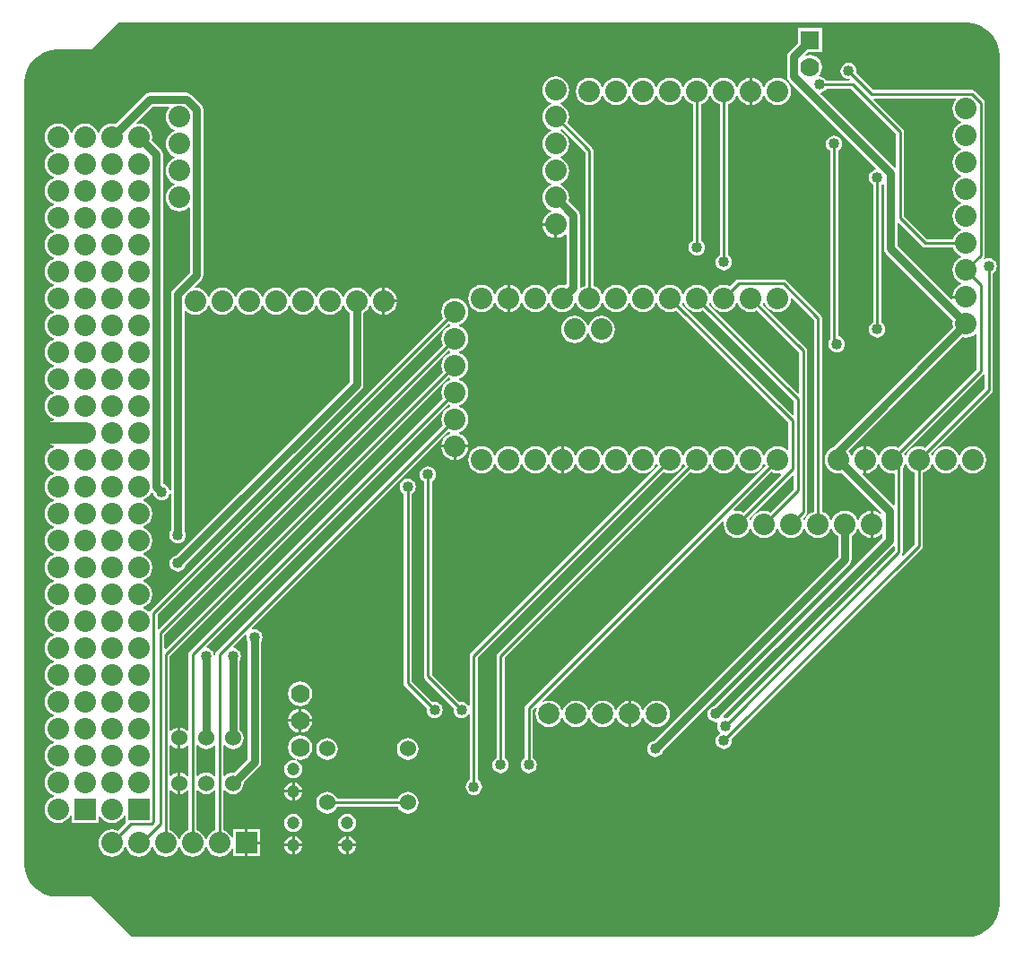
<source format=gbl>
G04 Layer_Physical_Order=2*
G04 Layer_Color=16711680*
%FSLAX25Y25*%
%MOIN*%
G70*
G01*
G75*
%ADD13C,0.03000*%
%ADD15C,0.01000*%
%ADD16C,0.08000*%
%ADD17C,0.07000*%
%ADD18R,0.07000X0.07000*%
%ADD19C,0.08000*%
%ADD20C,0.07874*%
%ADD21C,0.04724*%
%ADD22C,0.06000*%
%ADD23R,0.08000X0.08000*%
%ADD24R,0.08000X0.08000*%
%ADD25C,0.04000*%
%ADD26C,0.25000*%
G36*
X-17556Y347286D02*
X-15973Y346862D01*
X-14459Y346235D01*
X-13040Y345416D01*
X-11740Y344418D01*
X-10582Y343260D01*
X-9584Y341960D01*
X-8765Y340541D01*
X-8138Y339027D01*
X-7714Y337444D01*
X-7500Y335819D01*
Y335000D01*
Y20000D01*
Y19181D01*
X-7714Y17556D01*
X-8138Y15973D01*
X-8765Y14459D01*
X-9584Y13040D01*
X-10582Y11740D01*
X-11740Y10582D01*
X-13040Y9584D01*
X-14459Y8765D01*
X-15973Y8138D01*
X-17556Y7714D01*
X-19181Y7500D01*
X-330000D01*
X-345000Y22500D01*
X-358319D01*
X-359944Y22714D01*
X-361527Y23138D01*
X-363040Y23765D01*
X-364459Y24584D01*
X-365759Y25582D01*
X-366918Y26741D01*
X-367916Y28041D01*
X-368735Y29460D01*
X-369362Y30973D01*
X-369786Y32556D01*
X-370000Y34181D01*
Y35000D01*
Y325000D01*
Y325819D01*
X-369786Y327444D01*
X-369362Y329027D01*
X-368735Y330540D01*
X-367916Y331960D01*
X-366918Y333260D01*
X-365759Y334418D01*
X-364459Y335416D01*
X-363040Y336235D01*
X-361527Y336862D01*
X-359944Y337286D01*
X-358319Y337500D01*
X-345000D01*
X-335000Y347500D01*
X-19181D01*
X-17556Y347286D01*
D02*
G37*
%LPC*%
G36*
X-90000Y327043D02*
X-91305Y326871D01*
X-92522Y326367D01*
X-93566Y325566D01*
X-94367Y324522D01*
X-94729Y323648D01*
X-95271D01*
X-95632Y324522D01*
X-96434Y325566D01*
X-97478Y326367D01*
X-98695Y326871D01*
X-99500Y326977D01*
Y322000D01*
Y317023D01*
X-98695Y317129D01*
X-97478Y317633D01*
X-96434Y318434D01*
X-95632Y319478D01*
X-95271Y320352D01*
X-94729D01*
X-94367Y319478D01*
X-93566Y318434D01*
X-92522Y317633D01*
X-91305Y317129D01*
X-90000Y316957D01*
X-88695Y317129D01*
X-87478Y317633D01*
X-86434Y318434D01*
X-85632Y319478D01*
X-85129Y320695D01*
X-84957Y322000D01*
X-85129Y323305D01*
X-85632Y324522D01*
X-86434Y325566D01*
X-87478Y326367D01*
X-88695Y326871D01*
X-90000Y327043D01*
D02*
G37*
G36*
X-110000D02*
X-111305Y326871D01*
X-112522Y326367D01*
X-113566Y325566D01*
X-114367Y324522D01*
X-114729Y323648D01*
X-115271D01*
X-115632Y324522D01*
X-116434Y325566D01*
X-117478Y326367D01*
X-118695Y326871D01*
X-120000Y327043D01*
X-121305Y326871D01*
X-122522Y326367D01*
X-123566Y325566D01*
X-124367Y324522D01*
X-124729Y323648D01*
X-125271D01*
X-125633Y324522D01*
X-126434Y325566D01*
X-127478Y326367D01*
X-128695Y326871D01*
X-130000Y327043D01*
X-131305Y326871D01*
X-132522Y326367D01*
X-133566Y325566D01*
X-134368Y324522D01*
X-134729Y323648D01*
X-135271D01*
X-135633Y324522D01*
X-136434Y325566D01*
X-137478Y326367D01*
X-138695Y326871D01*
X-140000Y327043D01*
X-141305Y326871D01*
X-142522Y326367D01*
X-143566Y325566D01*
X-144368Y324522D01*
X-144729Y323648D01*
X-145271D01*
X-145633Y324522D01*
X-146434Y325566D01*
X-147478Y326367D01*
X-148695Y326871D01*
X-150000Y327043D01*
X-151305Y326871D01*
X-152522Y326367D01*
X-153566Y325566D01*
X-154367Y324522D01*
X-154729Y323648D01*
X-155271D01*
X-155632Y324522D01*
X-156434Y325566D01*
X-157478Y326367D01*
X-158695Y326871D01*
X-160000Y327043D01*
X-161305Y326871D01*
X-162522Y326367D01*
X-163566Y325566D01*
X-164367Y324522D01*
X-164871Y323305D01*
X-165043Y322000D01*
X-164871Y320695D01*
X-164367Y319478D01*
X-163566Y318434D01*
X-162522Y317633D01*
X-161305Y317129D01*
X-160000Y316957D01*
X-158695Y317129D01*
X-157478Y317633D01*
X-156434Y318434D01*
X-155632Y319478D01*
X-155271Y320352D01*
X-154729D01*
X-154367Y319478D01*
X-153566Y318434D01*
X-152522Y317633D01*
X-151305Y317129D01*
X-150000Y316957D01*
X-148695Y317129D01*
X-147478Y317633D01*
X-146434Y318434D01*
X-145633Y319478D01*
X-145271Y320352D01*
X-144729D01*
X-144368Y319478D01*
X-143566Y318434D01*
X-142522Y317633D01*
X-141305Y317129D01*
X-140000Y316957D01*
X-138695Y317129D01*
X-137478Y317633D01*
X-136434Y318434D01*
X-135633Y319478D01*
X-135271Y320352D01*
X-134729D01*
X-134368Y319478D01*
X-133566Y318434D01*
X-132522Y317633D01*
X-131305Y317129D01*
X-130000Y316957D01*
X-128695Y317129D01*
X-127478Y317633D01*
X-126434Y318434D01*
X-125633Y319478D01*
X-125271Y320352D01*
X-124729D01*
X-124367Y319478D01*
X-123566Y318434D01*
X-122522Y317633D01*
X-121529Y317221D01*
Y266608D01*
X-122140Y266140D01*
X-122620Y265513D01*
X-122923Y264783D01*
X-123026Y264000D01*
X-122923Y263217D01*
X-122620Y262487D01*
X-122140Y261860D01*
X-121513Y261380D01*
X-120783Y261077D01*
X-120000Y260974D01*
X-119217Y261077D01*
X-118487Y261380D01*
X-117860Y261860D01*
X-117379Y262487D01*
X-117077Y263217D01*
X-116974Y264000D01*
X-117077Y264783D01*
X-117379Y265513D01*
X-117860Y266140D01*
X-118471Y266608D01*
Y317221D01*
X-117478Y317633D01*
X-116434Y318434D01*
X-115632Y319478D01*
X-115271Y320352D01*
X-114729D01*
X-114367Y319478D01*
X-113566Y318434D01*
X-112522Y317633D01*
X-111529Y317221D01*
Y261108D01*
X-112140Y260640D01*
X-112620Y260013D01*
X-112923Y259283D01*
X-113026Y258500D01*
X-112923Y257717D01*
X-112620Y256987D01*
X-112140Y256360D01*
X-111513Y255879D01*
X-110783Y255577D01*
X-110000Y255474D01*
X-109217Y255577D01*
X-108487Y255879D01*
X-107860Y256360D01*
X-107379Y256987D01*
X-107077Y257717D01*
X-106974Y258500D01*
X-107077Y259283D01*
X-107379Y260013D01*
X-107860Y260640D01*
X-108471Y261108D01*
Y317221D01*
X-107478Y317633D01*
X-106434Y318434D01*
X-105632Y319478D01*
X-105271Y320352D01*
X-104729D01*
X-104367Y319478D01*
X-103566Y318434D01*
X-102522Y317633D01*
X-101305Y317129D01*
X-100500Y317023D01*
Y322000D01*
Y326977D01*
X-101305Y326871D01*
X-102522Y326367D01*
X-103566Y325566D01*
X-104367Y324522D01*
X-104729Y323648D01*
X-105271D01*
X-105632Y324522D01*
X-106434Y325566D01*
X-107478Y326367D01*
X-108695Y326871D01*
X-110000Y327043D01*
D02*
G37*
G36*
X-309808Y321549D02*
X-323500D01*
X-324476Y321355D01*
X-325302Y320802D01*
X-336229Y309876D01*
X-337500Y310043D01*
X-338805Y309871D01*
X-340022Y309367D01*
X-341066Y308566D01*
X-341867Y307522D01*
X-342229Y306648D01*
X-342771D01*
X-343132Y307522D01*
X-343934Y308566D01*
X-344978Y309367D01*
X-346195Y309871D01*
X-347500Y310043D01*
X-348805Y309871D01*
X-350022Y309367D01*
X-351066Y308566D01*
X-351868Y307522D01*
X-352229Y306648D01*
X-352771D01*
X-353133Y307522D01*
X-353934Y308566D01*
X-354978Y309367D01*
X-356195Y309871D01*
X-357500Y310043D01*
X-358805Y309871D01*
X-360022Y309367D01*
X-361066Y308566D01*
X-361867Y307522D01*
X-362371Y306305D01*
X-362543Y305000D01*
X-362371Y303695D01*
X-361867Y302478D01*
X-361066Y301434D01*
X-360022Y300633D01*
X-359148Y300271D01*
Y299729D01*
X-360022Y299367D01*
X-361066Y298566D01*
X-361867Y297522D01*
X-362371Y296305D01*
X-362543Y295000D01*
X-362371Y293695D01*
X-361867Y292478D01*
X-361066Y291434D01*
X-360022Y290633D01*
X-359148Y290271D01*
Y289729D01*
X-360022Y289368D01*
X-361066Y288566D01*
X-361867Y287522D01*
X-362371Y286305D01*
X-362543Y285000D01*
X-362371Y283695D01*
X-361867Y282478D01*
X-361066Y281434D01*
X-360022Y280632D01*
X-359148Y280271D01*
Y279729D01*
X-360022Y279367D01*
X-361066Y278566D01*
X-361867Y277522D01*
X-362371Y276305D01*
X-362543Y275000D01*
X-362371Y273695D01*
X-361867Y272478D01*
X-361066Y271434D01*
X-360022Y270633D01*
X-359148Y270271D01*
Y269729D01*
X-360022Y269368D01*
X-361066Y268566D01*
X-361867Y267522D01*
X-362371Y266305D01*
X-362543Y265000D01*
X-362371Y263695D01*
X-361867Y262478D01*
X-361066Y261434D01*
X-360022Y260632D01*
X-359148Y260271D01*
Y259729D01*
X-360022Y259367D01*
X-361066Y258566D01*
X-361867Y257522D01*
X-362371Y256305D01*
X-362543Y255000D01*
X-362371Y253695D01*
X-361867Y252478D01*
X-361066Y251434D01*
X-360022Y250633D01*
X-359148Y250271D01*
Y249729D01*
X-360022Y249367D01*
X-361066Y248566D01*
X-361867Y247522D01*
X-362371Y246305D01*
X-362543Y245000D01*
X-362371Y243695D01*
X-361867Y242478D01*
X-361066Y241434D01*
X-360022Y240633D01*
X-359148Y240271D01*
Y239729D01*
X-360022Y239368D01*
X-361066Y238566D01*
X-361867Y237522D01*
X-362371Y236305D01*
X-362543Y235000D01*
X-362371Y233695D01*
X-361867Y232478D01*
X-361066Y231434D01*
X-360022Y230632D01*
X-359148Y230271D01*
Y229729D01*
X-360022Y229367D01*
X-361066Y228566D01*
X-361867Y227522D01*
X-362371Y226305D01*
X-362543Y225000D01*
X-362371Y223695D01*
X-361867Y222478D01*
X-361066Y221434D01*
X-360022Y220633D01*
X-359148Y220271D01*
Y219729D01*
X-360022Y219368D01*
X-361066Y218566D01*
X-361867Y217522D01*
X-362371Y216305D01*
X-362543Y215000D01*
X-362371Y213695D01*
X-361867Y212478D01*
X-361066Y211434D01*
X-360022Y210632D01*
X-359148Y210271D01*
Y209729D01*
X-360022Y209367D01*
X-361066Y208566D01*
X-361867Y207522D01*
X-362371Y206305D01*
X-362543Y205000D01*
X-362371Y203695D01*
X-361867Y202478D01*
X-361066Y201434D01*
X-360022Y200633D01*
X-359148Y200271D01*
Y199729D01*
X-360022Y199367D01*
X-361066Y198566D01*
X-361867Y197522D01*
X-362371Y196305D01*
X-362477Y195500D01*
X-357500D01*
Y194500D01*
X-362477D01*
X-362371Y193695D01*
X-361867Y192478D01*
X-361066Y191434D01*
X-360022Y190632D01*
X-359148Y190271D01*
Y189729D01*
X-360022Y189367D01*
X-361066Y188566D01*
X-361867Y187522D01*
X-362371Y186305D01*
X-362543Y185000D01*
X-362371Y183695D01*
X-361867Y182478D01*
X-361066Y181434D01*
X-360022Y180632D01*
X-359148Y180271D01*
Y179729D01*
X-360022Y179367D01*
X-361066Y178566D01*
X-361867Y177522D01*
X-362371Y176305D01*
X-362543Y175000D01*
X-362371Y173695D01*
X-361867Y172478D01*
X-361066Y171434D01*
X-360022Y170633D01*
X-359148Y170271D01*
Y169729D01*
X-360022Y169368D01*
X-361066Y168566D01*
X-361867Y167522D01*
X-362371Y166305D01*
X-362543Y165000D01*
X-362371Y163695D01*
X-361867Y162478D01*
X-361066Y161434D01*
X-360022Y160633D01*
X-359148Y160271D01*
Y159729D01*
X-360022Y159368D01*
X-361066Y158566D01*
X-361867Y157522D01*
X-362371Y156305D01*
X-362543Y155000D01*
X-362371Y153695D01*
X-361867Y152478D01*
X-361066Y151434D01*
X-360022Y150633D01*
X-359148Y150271D01*
Y149729D01*
X-360022Y149367D01*
X-361066Y148566D01*
X-361867Y147522D01*
X-362371Y146305D01*
X-362543Y145000D01*
X-362371Y143695D01*
X-361867Y142478D01*
X-361066Y141434D01*
X-360022Y140632D01*
X-359148Y140271D01*
Y139729D01*
X-360022Y139367D01*
X-361066Y138566D01*
X-361867Y137522D01*
X-362371Y136305D01*
X-362543Y135000D01*
X-362371Y133695D01*
X-361867Y132478D01*
X-361066Y131434D01*
X-360022Y130632D01*
X-359148Y130271D01*
Y129729D01*
X-360022Y129367D01*
X-361066Y128566D01*
X-361867Y127522D01*
X-362371Y126305D01*
X-362543Y125000D01*
X-362371Y123695D01*
X-361867Y122478D01*
X-361066Y121434D01*
X-360022Y120633D01*
X-359148Y120271D01*
Y119729D01*
X-360022Y119368D01*
X-361066Y118566D01*
X-361867Y117522D01*
X-362371Y116305D01*
X-362543Y115000D01*
X-362371Y113695D01*
X-361867Y112478D01*
X-361066Y111434D01*
X-360022Y110633D01*
X-359148Y110271D01*
Y109729D01*
X-360022Y109368D01*
X-361066Y108566D01*
X-361867Y107522D01*
X-362371Y106305D01*
X-362543Y105000D01*
X-362371Y103695D01*
X-361867Y102478D01*
X-361066Y101434D01*
X-360022Y100633D01*
X-359148Y100271D01*
Y99729D01*
X-360022Y99367D01*
X-361066Y98566D01*
X-361867Y97522D01*
X-362371Y96305D01*
X-362543Y95000D01*
X-362371Y93695D01*
X-361867Y92478D01*
X-361066Y91434D01*
X-360022Y90632D01*
X-359148Y90271D01*
Y89729D01*
X-360022Y89368D01*
X-361066Y88566D01*
X-361867Y87522D01*
X-362371Y86305D01*
X-362543Y85000D01*
X-362371Y83695D01*
X-361867Y82478D01*
X-361066Y81434D01*
X-360022Y80633D01*
X-359148Y80271D01*
Y79729D01*
X-360022Y79368D01*
X-361066Y78566D01*
X-361867Y77522D01*
X-362371Y76305D01*
X-362543Y75000D01*
X-362371Y73695D01*
X-361867Y72478D01*
X-361066Y71434D01*
X-360022Y70632D01*
X-359148Y70271D01*
Y69729D01*
X-360022Y69367D01*
X-361066Y68566D01*
X-361867Y67522D01*
X-362371Y66305D01*
X-362543Y65000D01*
X-362371Y63695D01*
X-361867Y62478D01*
X-361066Y61434D01*
X-360022Y60632D01*
X-359148Y60271D01*
Y59729D01*
X-360022Y59368D01*
X-361066Y58566D01*
X-361867Y57522D01*
X-362371Y56305D01*
X-362543Y55000D01*
X-362371Y53695D01*
X-361867Y52478D01*
X-361066Y51434D01*
X-360022Y50633D01*
X-358805Y50129D01*
X-357500Y49957D01*
X-356195Y50129D01*
X-354978Y50633D01*
X-353934Y51434D01*
X-353133Y52478D01*
X-353000Y52798D01*
X-352500Y52699D01*
Y50000D01*
X-342500D01*
Y52699D01*
X-342000Y52798D01*
X-341867Y52478D01*
X-341066Y51434D01*
X-340022Y50633D01*
X-338805Y50129D01*
X-337500Y49957D01*
X-336195Y50129D01*
X-334978Y50633D01*
X-333934Y51434D01*
X-333133Y52478D01*
X-333000Y52798D01*
X-332500Y52699D01*
Y50000D01*
X-332500Y50000D01*
X-332500D01*
X-332627Y49536D01*
X-335203Y46960D01*
X-336195Y47371D01*
X-337500Y47543D01*
X-338805Y47371D01*
X-340022Y46867D01*
X-341066Y46066D01*
X-341867Y45022D01*
X-342371Y43805D01*
X-342543Y42500D01*
X-342371Y41195D01*
X-341867Y39978D01*
X-341066Y38934D01*
X-340022Y38133D01*
X-338805Y37629D01*
X-337500Y37457D01*
X-336195Y37629D01*
X-334978Y38133D01*
X-333934Y38934D01*
X-333133Y39978D01*
X-332771Y40852D01*
X-332229D01*
X-331868Y39978D01*
X-331066Y38934D01*
X-330022Y38133D01*
X-328805Y37629D01*
X-327500Y37457D01*
X-326195Y37629D01*
X-324978Y38133D01*
X-323934Y38934D01*
X-323132Y39978D01*
X-322771Y40852D01*
X-322229D01*
X-321867Y39978D01*
X-321066Y38934D01*
X-320022Y38133D01*
X-318805Y37629D01*
X-317500Y37457D01*
X-316195Y37629D01*
X-314978Y38133D01*
X-313934Y38934D01*
X-313133Y39978D01*
X-312771Y40852D01*
X-312229D01*
X-311867Y39978D01*
X-311066Y38934D01*
X-310022Y38133D01*
X-308805Y37629D01*
X-307500Y37457D01*
X-306195Y37629D01*
X-304978Y38133D01*
X-303934Y38934D01*
X-303133Y39978D01*
X-302771Y40852D01*
X-302229D01*
X-301868Y39978D01*
X-301066Y38934D01*
X-300022Y38133D01*
X-298805Y37629D01*
X-297500Y37457D01*
X-296195Y37629D01*
X-294978Y38133D01*
X-293934Y38934D01*
X-293132Y39978D01*
X-293000Y40298D01*
X-292500Y40199D01*
Y37500D01*
X-288000D01*
Y42500D01*
Y47500D01*
X-292500D01*
Y44801D01*
X-293000Y44702D01*
X-293132Y45022D01*
X-293934Y46066D01*
X-294978Y46867D01*
X-295971Y47278D01*
Y61875D01*
X-295497Y62035D01*
X-295353Y61847D01*
X-294517Y61206D01*
X-293544Y60803D01*
X-292500Y60666D01*
X-291456Y60803D01*
X-290483Y61206D01*
X-289647Y61847D01*
X-289006Y62683D01*
X-288603Y63656D01*
X-288465Y64700D01*
X-288515Y65080D01*
X-282698Y70898D01*
X-282145Y71724D01*
X-281951Y72700D01*
Y117394D01*
X-281879Y117487D01*
X-281577Y118217D01*
X-281474Y119000D01*
X-281577Y119783D01*
X-281879Y120513D01*
X-282360Y121140D01*
X-282987Y121621D01*
X-283717Y121923D01*
X-284500Y122026D01*
X-285196Y121934D01*
X-285361Y122136D01*
X-285452Y122385D01*
X-212297Y195540D01*
X-211648Y195271D01*
Y194729D01*
X-212522Y194368D01*
X-213566Y193566D01*
X-214368Y192522D01*
X-214871Y191305D01*
X-214977Y190500D01*
X-210000D01*
X-205023D01*
X-205129Y191305D01*
X-205632Y192522D01*
X-206434Y193566D01*
X-207478Y194368D01*
X-208352Y194729D01*
Y195271D01*
X-207478Y195633D01*
X-206434Y196434D01*
X-205632Y197478D01*
X-205129Y198695D01*
X-204957Y200000D01*
X-205129Y201305D01*
X-205632Y202522D01*
X-206434Y203566D01*
X-207478Y204367D01*
X-208352Y204729D01*
Y205271D01*
X-207478Y205632D01*
X-206434Y206434D01*
X-205632Y207478D01*
X-205129Y208695D01*
X-204957Y210000D01*
X-205129Y211305D01*
X-205632Y212522D01*
X-206434Y213566D01*
X-207478Y214368D01*
X-208352Y214729D01*
Y215271D01*
X-207478Y215633D01*
X-206434Y216434D01*
X-205632Y217478D01*
X-205129Y218695D01*
X-204957Y220000D01*
X-205129Y221305D01*
X-205632Y222522D01*
X-206434Y223566D01*
X-207478Y224367D01*
X-208352Y224729D01*
Y225271D01*
X-207478Y225633D01*
X-206434Y226434D01*
X-205632Y227478D01*
X-205129Y228695D01*
X-204957Y230000D01*
X-205129Y231305D01*
X-205632Y232522D01*
X-206434Y233566D01*
X-207478Y234367D01*
X-208352Y234729D01*
Y235271D01*
X-207478Y235632D01*
X-206434Y236434D01*
X-205632Y237478D01*
X-205129Y238695D01*
X-204957Y240000D01*
X-205129Y241305D01*
X-205632Y242522D01*
X-206434Y243566D01*
X-207478Y244368D01*
X-208695Y244871D01*
X-210000Y245043D01*
X-211305Y244871D01*
X-212522Y244368D01*
X-213566Y243566D01*
X-214368Y242522D01*
X-214871Y241305D01*
X-215043Y240000D01*
X-214871Y238695D01*
X-214460Y237703D01*
X-323081Y129081D01*
X-323369Y128651D01*
X-323897Y128518D01*
X-323934Y128566D01*
X-324978Y129367D01*
X-325852Y129729D01*
Y130271D01*
X-324978Y130632D01*
X-323934Y131434D01*
X-323132Y132478D01*
X-322629Y133695D01*
X-322457Y135000D01*
X-322629Y136305D01*
X-323132Y137522D01*
X-323934Y138566D01*
X-324978Y139367D01*
X-325852Y139729D01*
Y140271D01*
X-324978Y140632D01*
X-323934Y141434D01*
X-323132Y142478D01*
X-322629Y143695D01*
X-322457Y145000D01*
X-322629Y146305D01*
X-323132Y147522D01*
X-323934Y148566D01*
X-324978Y149367D01*
X-325852Y149729D01*
Y150271D01*
X-324978Y150633D01*
X-323934Y151434D01*
X-323132Y152478D01*
X-322629Y153695D01*
X-322457Y155000D01*
X-322629Y156305D01*
X-323132Y157522D01*
X-323934Y158566D01*
X-324978Y159368D01*
X-325852Y159729D01*
Y160271D01*
X-324978Y160633D01*
X-323934Y161434D01*
X-323132Y162478D01*
X-322629Y163695D01*
X-322457Y165000D01*
X-322629Y166305D01*
X-323132Y167522D01*
X-323934Y168566D01*
X-324978Y169368D01*
X-325852Y169729D01*
Y170271D01*
X-324978Y170633D01*
X-323934Y171434D01*
X-323132Y172478D01*
X-323032Y172720D01*
X-322443Y172838D01*
X-321938Y172333D01*
X-321923Y172217D01*
X-321620Y171487D01*
X-321140Y170860D01*
X-320513Y170379D01*
X-319783Y170077D01*
X-319000Y169974D01*
X-318217Y170077D01*
X-317487Y170379D01*
X-316860Y170860D01*
X-316379Y171487D01*
X-316077Y172217D01*
X-316049Y172431D01*
X-315549Y172398D01*
Y158606D01*
X-315620Y158513D01*
X-315923Y157783D01*
X-316026Y157000D01*
X-315923Y156217D01*
X-315620Y155487D01*
X-315140Y154860D01*
X-314513Y154379D01*
X-313783Y154077D01*
X-313000Y153974D01*
X-312217Y154077D01*
X-311487Y154379D01*
X-310860Y154860D01*
X-310380Y155487D01*
X-310077Y156217D01*
X-309974Y157000D01*
X-310077Y157783D01*
X-310380Y158513D01*
X-310451Y158606D01*
Y240177D01*
X-309951Y240346D01*
X-309022Y239633D01*
X-307805Y239129D01*
X-306500Y238957D01*
X-305195Y239129D01*
X-303978Y239633D01*
X-302934Y240434D01*
X-302133Y241478D01*
X-301771Y242352D01*
X-301229D01*
X-300868Y241478D01*
X-300066Y240434D01*
X-299022Y239633D01*
X-297805Y239129D01*
X-296500Y238957D01*
X-295195Y239129D01*
X-293978Y239633D01*
X-292934Y240434D01*
X-292132Y241478D01*
X-291771Y242352D01*
X-291229D01*
X-290867Y241478D01*
X-290066Y240434D01*
X-289022Y239633D01*
X-287805Y239129D01*
X-286500Y238957D01*
X-285195Y239129D01*
X-283978Y239633D01*
X-282934Y240434D01*
X-282133Y241478D01*
X-281771Y242352D01*
X-281229D01*
X-280868Y241478D01*
X-280066Y240434D01*
X-279022Y239633D01*
X-277805Y239129D01*
X-276500Y238957D01*
X-275195Y239129D01*
X-273978Y239633D01*
X-272934Y240434D01*
X-272132Y241478D01*
X-271771Y242352D01*
X-271229D01*
X-270867Y241478D01*
X-270066Y240434D01*
X-269022Y239633D01*
X-267805Y239129D01*
X-266500Y238957D01*
X-265195Y239129D01*
X-263978Y239633D01*
X-262934Y240434D01*
X-262133Y241478D01*
X-261771Y242352D01*
X-261229D01*
X-260868Y241478D01*
X-260066Y240434D01*
X-259022Y239633D01*
X-257805Y239129D01*
X-256500Y238957D01*
X-255195Y239129D01*
X-253978Y239633D01*
X-252934Y240434D01*
X-252133Y241478D01*
X-251771Y242352D01*
X-251229D01*
X-250868Y241478D01*
X-250066Y240434D01*
X-249049Y239653D01*
Y214056D01*
X-313667Y149438D01*
X-313783Y149423D01*
X-314513Y149120D01*
X-315140Y148640D01*
X-315620Y148013D01*
X-315923Y147283D01*
X-316026Y146500D01*
X-315923Y145717D01*
X-315620Y144987D01*
X-315140Y144360D01*
X-314513Y143879D01*
X-313783Y143577D01*
X-313000Y143474D01*
X-312217Y143577D01*
X-311487Y143879D01*
X-310860Y144360D01*
X-310380Y144987D01*
X-310077Y145717D01*
X-310062Y145833D01*
X-244698Y211198D01*
X-244145Y212024D01*
X-243951Y213000D01*
Y239653D01*
X-242934Y240434D01*
X-242132Y241478D01*
X-241771Y242352D01*
X-241229D01*
X-240867Y241478D01*
X-240066Y240434D01*
X-239022Y239633D01*
X-237805Y239129D01*
X-237000Y239023D01*
Y244000D01*
Y248977D01*
X-237805Y248871D01*
X-239022Y248368D01*
X-240066Y247566D01*
X-240867Y246522D01*
X-241229Y245648D01*
X-241771D01*
X-242132Y246522D01*
X-242934Y247566D01*
X-243978Y248368D01*
X-245195Y248871D01*
X-246500Y249043D01*
X-247805Y248871D01*
X-249022Y248368D01*
X-250066Y247566D01*
X-250868Y246522D01*
X-251229Y245648D01*
X-251771D01*
X-252133Y246522D01*
X-252934Y247566D01*
X-253978Y248368D01*
X-255195Y248871D01*
X-256500Y249043D01*
X-257805Y248871D01*
X-259022Y248368D01*
X-260066Y247566D01*
X-260868Y246522D01*
X-261229Y245648D01*
X-261771D01*
X-262133Y246522D01*
X-262934Y247566D01*
X-263978Y248368D01*
X-265195Y248871D01*
X-266500Y249043D01*
X-267805Y248871D01*
X-269022Y248368D01*
X-270066Y247566D01*
X-270867Y246522D01*
X-271229Y245648D01*
X-271771D01*
X-272132Y246522D01*
X-272934Y247566D01*
X-273978Y248368D01*
X-275195Y248871D01*
X-276500Y249043D01*
X-277805Y248871D01*
X-279022Y248368D01*
X-280066Y247566D01*
X-280868Y246522D01*
X-281229Y245648D01*
X-281771D01*
X-282133Y246522D01*
X-282934Y247566D01*
X-283978Y248368D01*
X-285195Y248871D01*
X-286500Y249043D01*
X-287805Y248871D01*
X-289022Y248368D01*
X-290066Y247566D01*
X-290867Y246522D01*
X-291229Y245648D01*
X-291771D01*
X-292132Y246522D01*
X-292934Y247566D01*
X-293978Y248368D01*
X-295195Y248871D01*
X-296500Y249043D01*
X-297805Y248871D01*
X-299022Y248368D01*
X-300066Y247566D01*
X-300868Y246522D01*
X-301229Y245648D01*
X-301771D01*
X-302133Y246522D01*
X-302934Y247566D01*
X-303978Y248368D01*
X-305195Y248871D01*
X-306356Y249024D01*
X-306590Y249497D01*
X-304198Y251890D01*
X-303645Y252717D01*
X-303451Y253692D01*
Y315192D01*
X-303645Y316168D01*
X-304198Y316995D01*
X-308005Y320802D01*
X-308832Y321355D01*
X-309808Y321549D01*
D02*
G37*
G36*
X-173000Y272000D02*
X-177477D01*
X-177371Y271195D01*
X-176867Y269978D01*
X-176066Y268934D01*
X-175022Y268132D01*
X-173805Y267629D01*
X-173000Y267523D01*
Y272000D01*
D02*
G37*
G36*
X-172500Y327543D02*
X-173805Y327371D01*
X-175022Y326868D01*
X-176066Y326066D01*
X-176867Y325022D01*
X-177371Y323805D01*
X-177543Y322500D01*
X-177371Y321195D01*
X-176867Y319978D01*
X-176066Y318934D01*
X-175022Y318132D01*
X-174148Y317771D01*
Y317229D01*
X-175022Y316867D01*
X-176066Y316066D01*
X-176867Y315022D01*
X-177371Y313805D01*
X-177543Y312500D01*
X-177371Y311195D01*
X-176867Y309978D01*
X-176066Y308934D01*
X-175022Y308133D01*
X-174148Y307771D01*
Y307229D01*
X-175022Y306868D01*
X-176066Y306066D01*
X-176867Y305022D01*
X-177371Y303805D01*
X-177543Y302500D01*
X-177371Y301195D01*
X-176867Y299978D01*
X-176066Y298934D01*
X-175022Y298132D01*
X-174148Y297771D01*
Y297229D01*
X-175022Y296867D01*
X-176066Y296066D01*
X-176867Y295022D01*
X-177371Y293805D01*
X-177543Y292500D01*
X-177371Y291195D01*
X-176867Y289978D01*
X-176066Y288934D01*
X-175022Y288133D01*
X-174148Y287771D01*
Y287229D01*
X-175022Y286867D01*
X-176066Y286066D01*
X-176867Y285022D01*
X-177371Y283805D01*
X-177543Y282500D01*
X-177371Y281195D01*
X-176867Y279978D01*
X-176066Y278934D01*
X-175022Y278133D01*
X-174148Y277771D01*
Y277229D01*
X-175022Y276868D01*
X-176066Y276066D01*
X-176867Y275022D01*
X-177371Y273805D01*
X-177477Y273000D01*
X-172500D01*
Y272500D01*
X-172000D01*
Y267523D01*
X-171195Y267629D01*
X-169978Y268132D01*
X-169049Y268846D01*
X-168549Y268677D01*
Y250305D01*
X-168989Y249910D01*
X-170000Y250043D01*
X-171305Y249871D01*
X-172522Y249367D01*
X-173566Y248566D01*
X-174367Y247522D01*
X-174729Y246648D01*
X-175271D01*
X-175633Y247522D01*
X-176434Y248566D01*
X-177478Y249367D01*
X-178695Y249871D01*
X-180000Y250043D01*
X-181305Y249871D01*
X-182522Y249367D01*
X-183566Y248566D01*
X-184368Y247522D01*
X-184729Y246648D01*
X-185271D01*
X-185633Y247522D01*
X-186434Y248566D01*
X-187478Y249367D01*
X-188695Y249871D01*
X-189500Y249977D01*
Y245000D01*
Y240023D01*
X-188695Y240129D01*
X-187478Y240633D01*
X-186434Y241434D01*
X-185633Y242478D01*
X-185271Y243352D01*
X-184729D01*
X-184368Y242478D01*
X-183566Y241434D01*
X-182522Y240633D01*
X-181305Y240129D01*
X-180000Y239957D01*
X-178695Y240129D01*
X-177478Y240633D01*
X-176434Y241434D01*
X-175633Y242478D01*
X-175271Y243352D01*
X-174729D01*
X-174367Y242478D01*
X-173566Y241434D01*
X-172522Y240633D01*
X-171305Y240129D01*
X-170000Y239957D01*
X-168695Y240129D01*
X-167478Y240633D01*
X-166434Y241434D01*
X-165632Y242478D01*
X-165271Y243352D01*
X-164729D01*
X-164367Y242478D01*
X-163566Y241434D01*
X-162522Y240633D01*
X-161305Y240129D01*
X-160000Y239957D01*
X-158695Y240129D01*
X-157478Y240633D01*
X-156434Y241434D01*
X-155632Y242478D01*
X-155271Y243352D01*
X-154729D01*
X-154367Y242478D01*
X-153566Y241434D01*
X-152522Y240633D01*
X-151305Y240129D01*
X-150000Y239957D01*
X-148695Y240129D01*
X-147478Y240633D01*
X-146434Y241434D01*
X-145633Y242478D01*
X-145271Y243352D01*
X-144729D01*
X-144368Y242478D01*
X-143566Y241434D01*
X-142522Y240633D01*
X-141305Y240129D01*
X-140000Y239957D01*
X-138695Y240129D01*
X-137478Y240633D01*
X-136434Y241434D01*
X-135633Y242478D01*
X-135271Y243352D01*
X-134729D01*
X-134368Y242478D01*
X-133566Y241434D01*
X-132522Y240633D01*
X-131305Y240129D01*
X-130000Y239957D01*
X-128695Y240129D01*
X-127702Y240540D01*
X-86029Y198866D01*
Y188789D01*
X-86529Y188639D01*
X-87478Y189367D01*
X-88695Y189871D01*
X-90000Y190043D01*
X-91305Y189871D01*
X-92522Y189367D01*
X-93566Y188566D01*
X-94367Y187522D01*
X-94729Y186648D01*
X-95271D01*
X-95632Y187522D01*
X-96434Y188566D01*
X-97478Y189367D01*
X-98695Y189871D01*
X-100000Y190043D01*
X-101305Y189871D01*
X-102522Y189367D01*
X-103566Y188566D01*
X-104367Y187522D01*
X-104729Y186648D01*
X-105271D01*
X-105632Y187522D01*
X-106434Y188566D01*
X-107478Y189367D01*
X-108695Y189871D01*
X-110000Y190043D01*
X-111305Y189871D01*
X-112522Y189367D01*
X-113566Y188566D01*
X-114367Y187522D01*
X-114729Y186648D01*
X-115271D01*
X-115632Y187522D01*
X-116434Y188566D01*
X-117478Y189367D01*
X-118695Y189871D01*
X-120000Y190043D01*
X-121305Y189871D01*
X-122522Y189367D01*
X-123566Y188566D01*
X-124367Y187522D01*
X-124729Y186648D01*
X-125271D01*
X-125633Y187522D01*
X-126434Y188566D01*
X-127478Y189367D01*
X-128695Y189871D01*
X-130000Y190043D01*
X-131305Y189871D01*
X-132522Y189367D01*
X-133566Y188566D01*
X-134368Y187522D01*
X-134729Y186648D01*
X-135271D01*
X-135633Y187522D01*
X-136434Y188566D01*
X-137478Y189367D01*
X-138695Y189871D01*
X-140000Y190043D01*
X-141305Y189871D01*
X-142522Y189367D01*
X-143566Y188566D01*
X-144368Y187522D01*
X-144729Y186648D01*
X-145271D01*
X-145633Y187522D01*
X-146434Y188566D01*
X-147478Y189367D01*
X-148695Y189871D01*
X-150000Y190043D01*
X-151305Y189871D01*
X-152522Y189367D01*
X-153566Y188566D01*
X-154367Y187522D01*
X-154729Y186648D01*
X-155271D01*
X-155632Y187522D01*
X-156434Y188566D01*
X-157478Y189367D01*
X-158695Y189871D01*
X-160000Y190043D01*
X-161305Y189871D01*
X-162522Y189367D01*
X-163566Y188566D01*
X-164367Y187522D01*
X-164729Y186648D01*
X-165271D01*
X-165632Y187522D01*
X-166434Y188566D01*
X-167478Y189367D01*
X-168695Y189871D01*
X-169500Y189977D01*
Y185000D01*
Y180023D01*
X-168695Y180129D01*
X-167478Y180632D01*
X-166434Y181434D01*
X-165632Y182478D01*
X-165271Y183352D01*
X-164729D01*
X-164367Y182478D01*
X-163566Y181434D01*
X-162522Y180632D01*
X-161305Y180129D01*
X-160000Y179957D01*
X-158695Y180129D01*
X-157478Y180632D01*
X-156434Y181434D01*
X-155632Y182478D01*
X-155271Y183352D01*
X-154729D01*
X-154367Y182478D01*
X-153566Y181434D01*
X-152522Y180632D01*
X-151305Y180129D01*
X-150000Y179957D01*
X-148695Y180129D01*
X-147478Y180632D01*
X-146434Y181434D01*
X-145633Y182478D01*
X-145271Y183352D01*
X-144729D01*
X-144368Y182478D01*
X-143566Y181434D01*
X-142522Y180632D01*
X-141305Y180129D01*
X-140000Y179957D01*
X-138695Y180129D01*
X-137478Y180632D01*
X-136434Y181434D01*
X-135633Y182478D01*
X-135271Y183352D01*
X-134729D01*
X-134460Y182703D01*
X-203980Y113183D01*
X-204312Y112687D01*
X-204428Y112101D01*
Y93715D01*
X-204700Y93593D01*
X-204928Y93576D01*
X-205360Y94140D01*
X-205987Y94621D01*
X-206717Y94923D01*
X-207500Y95026D01*
X-208263Y94925D01*
X-218471Y105133D01*
Y176892D01*
X-217860Y177360D01*
X-217379Y177987D01*
X-217077Y178717D01*
X-216974Y179500D01*
X-217077Y180283D01*
X-217379Y181013D01*
X-217860Y181640D01*
X-218487Y182121D01*
X-219217Y182423D01*
X-220000Y182526D01*
X-220783Y182423D01*
X-221513Y182121D01*
X-222140Y181640D01*
X-222621Y181013D01*
X-222923Y180283D01*
X-223026Y179500D01*
X-222923Y178717D01*
X-222621Y177987D01*
X-222140Y177360D01*
X-221529Y176892D01*
Y104500D01*
X-221413Y103915D01*
X-221081Y103419D01*
X-210425Y92763D01*
X-210526Y92000D01*
X-210423Y91217D01*
X-210121Y90487D01*
X-209640Y89860D01*
X-209013Y89380D01*
X-208283Y89077D01*
X-207500Y88974D01*
X-206717Y89077D01*
X-205987Y89380D01*
X-205360Y89860D01*
X-204928Y90424D01*
X-204700Y90407D01*
X-204428Y90285D01*
Y65966D01*
X-205038Y65498D01*
X-205519Y64872D01*
X-205822Y64142D01*
X-205925Y63359D01*
X-205822Y62575D01*
X-205519Y61846D01*
X-205038Y61219D01*
X-204412Y60738D01*
X-203682Y60436D01*
X-202899Y60333D01*
X-202116Y60436D01*
X-201386Y60738D01*
X-200759Y61219D01*
X-200278Y61846D01*
X-199976Y62575D01*
X-199873Y63359D01*
X-199976Y64142D01*
X-200278Y64872D01*
X-200759Y65498D01*
X-201369Y65966D01*
Y111468D01*
X-132298Y180540D01*
X-131305Y180129D01*
X-130000Y179957D01*
X-128695Y180129D01*
X-127478Y180632D01*
X-126434Y181434D01*
X-125633Y182478D01*
X-125271Y183352D01*
X-124729D01*
X-124460Y182703D01*
X-194081Y113081D01*
X-194413Y112585D01*
X-194529Y112000D01*
Y74108D01*
X-195140Y73640D01*
X-195621Y73013D01*
X-195923Y72283D01*
X-196026Y71500D01*
X-195923Y70717D01*
X-195621Y69987D01*
X-195140Y69360D01*
X-194513Y68879D01*
X-193783Y68577D01*
X-193000Y68474D01*
X-192217Y68577D01*
X-191487Y68879D01*
X-190860Y69360D01*
X-190380Y69987D01*
X-190077Y70717D01*
X-189974Y71500D01*
X-190077Y72283D01*
X-190380Y73013D01*
X-190860Y73640D01*
X-191471Y74108D01*
Y111366D01*
X-122298Y180540D01*
X-121305Y180129D01*
X-120000Y179957D01*
X-118695Y180129D01*
X-117478Y180632D01*
X-116434Y181434D01*
X-115632Y182478D01*
X-115271Y183352D01*
X-114729D01*
X-114367Y182478D01*
X-113566Y181434D01*
X-112522Y180632D01*
X-111305Y180129D01*
X-110000Y179957D01*
X-108695Y180129D01*
X-107478Y180632D01*
X-106434Y181434D01*
X-105632Y182478D01*
X-105271Y183352D01*
X-104729D01*
X-104367Y182478D01*
X-103566Y181434D01*
X-102522Y180632D01*
X-101305Y180129D01*
X-100000Y179957D01*
X-98695Y180129D01*
X-97478Y180632D01*
X-96434Y181434D01*
X-95632Y182478D01*
X-95271Y183352D01*
X-94729D01*
X-94460Y182703D01*
X-183581Y93581D01*
X-183913Y93085D01*
X-184029Y92500D01*
Y74108D01*
X-184640Y73640D01*
X-185120Y73013D01*
X-185423Y72283D01*
X-185526Y71500D01*
X-185423Y70717D01*
X-185120Y69987D01*
X-184640Y69360D01*
X-184013Y68879D01*
X-183283Y68577D01*
X-182500Y68474D01*
X-181717Y68577D01*
X-180987Y68879D01*
X-180360Y69360D01*
X-179879Y69987D01*
X-179577Y70717D01*
X-179474Y71500D01*
X-179577Y72283D01*
X-179879Y73013D01*
X-180360Y73640D01*
X-180971Y74108D01*
Y91866D01*
X-179858Y92979D01*
X-179434Y92696D01*
X-179810Y91789D01*
X-179980Y90500D01*
X-179810Y89211D01*
X-179313Y88010D01*
X-178521Y86979D01*
X-177490Y86187D01*
X-176289Y85690D01*
X-175000Y85520D01*
X-173711Y85690D01*
X-172510Y86187D01*
X-171479Y86979D01*
X-170687Y88010D01*
X-170271Y89017D01*
X-169729D01*
X-169313Y88010D01*
X-168521Y86979D01*
X-167490Y86187D01*
X-166289Y85690D01*
X-165000Y85520D01*
X-163711Y85690D01*
X-162510Y86187D01*
X-161479Y86979D01*
X-160687Y88010D01*
X-160271Y89017D01*
X-159729D01*
X-159312Y88010D01*
X-158521Y86979D01*
X-157490Y86187D01*
X-156289Y85690D01*
X-155000Y85520D01*
X-153711Y85690D01*
X-152510Y86187D01*
X-151479Y86979D01*
X-150688Y88010D01*
X-150271Y89017D01*
X-149729D01*
X-149312Y88010D01*
X-148521Y86979D01*
X-147490Y86187D01*
X-146289Y85690D01*
X-145500Y85586D01*
Y90500D01*
Y95414D01*
X-146289Y95310D01*
X-147490Y94813D01*
X-148521Y94021D01*
X-149312Y92990D01*
X-149729Y91983D01*
X-150271D01*
X-150688Y92990D01*
X-151479Y94021D01*
X-152510Y94813D01*
X-153711Y95310D01*
X-155000Y95480D01*
X-156289Y95310D01*
X-157490Y94813D01*
X-158521Y94021D01*
X-159312Y92990D01*
X-159729Y91983D01*
X-160271D01*
X-160687Y92990D01*
X-161479Y94021D01*
X-162510Y94813D01*
X-163711Y95310D01*
X-165000Y95480D01*
X-166289Y95310D01*
X-167490Y94813D01*
X-168521Y94021D01*
X-169313Y92990D01*
X-169729Y91983D01*
X-170271D01*
X-170687Y92990D01*
X-171479Y94021D01*
X-172510Y94813D01*
X-173711Y95310D01*
X-175000Y95480D01*
X-176289Y95310D01*
X-177196Y94934D01*
X-177479Y95358D01*
X-110510Y162327D01*
X-110374Y162313D01*
X-109942Y161769D01*
X-110043Y161000D01*
X-109871Y159695D01*
X-109368Y158478D01*
X-108566Y157434D01*
X-107522Y156632D01*
X-106305Y156129D01*
X-105000Y155957D01*
X-103695Y156129D01*
X-102478Y156632D01*
X-101434Y157434D01*
X-100633Y158478D01*
X-100271Y159352D01*
X-99729D01*
X-99367Y158478D01*
X-98566Y157434D01*
X-97522Y156632D01*
X-96305Y156129D01*
X-95000Y155957D01*
X-93695Y156129D01*
X-92478Y156632D01*
X-91434Y157434D01*
X-90632Y158478D01*
X-90271Y159352D01*
X-89729D01*
X-89368Y158478D01*
X-88566Y157434D01*
X-87522Y156632D01*
X-86305Y156129D01*
X-85000Y155957D01*
X-83695Y156129D01*
X-82478Y156632D01*
X-81434Y157434D01*
X-80633Y158478D01*
X-80271Y159352D01*
X-79729D01*
X-79368Y158478D01*
X-78566Y157434D01*
X-77522Y156632D01*
X-76305Y156129D01*
X-75000Y155957D01*
X-73695Y156129D01*
X-72478Y156632D01*
X-71434Y157434D01*
X-70632Y158478D01*
X-70271Y159352D01*
X-69729D01*
X-69367Y158478D01*
X-68566Y157434D01*
X-67549Y156653D01*
Y149056D01*
X-136167Y80438D01*
X-136283Y80423D01*
X-137013Y80120D01*
X-137640Y79640D01*
X-138120Y79013D01*
X-138423Y78283D01*
X-138526Y77500D01*
X-138423Y76717D01*
X-138120Y75987D01*
X-137640Y75360D01*
X-137013Y74879D01*
X-136283Y74577D01*
X-135500Y74474D01*
X-134717Y74577D01*
X-133987Y74879D01*
X-133360Y75360D01*
X-132879Y75987D01*
X-132577Y76717D01*
X-132562Y76833D01*
X-63198Y146198D01*
X-62645Y147025D01*
X-62451Y148000D01*
Y156653D01*
X-61434Y157434D01*
X-60632Y158478D01*
X-60271Y159352D01*
X-59729D01*
X-59368Y158478D01*
X-58566Y157434D01*
X-57522Y156632D01*
X-56305Y156129D01*
X-55500Y156023D01*
Y161000D01*
Y165977D01*
X-56305Y165871D01*
X-57522Y165367D01*
X-58566Y164566D01*
X-59368Y163522D01*
X-59729Y162648D01*
X-60271D01*
X-60632Y163522D01*
X-61434Y164566D01*
X-62478Y165367D01*
X-63695Y165871D01*
X-65000Y166043D01*
X-66305Y165871D01*
X-67522Y165367D01*
X-68566Y164566D01*
X-69367Y163522D01*
X-69729Y162648D01*
X-70271D01*
X-70632Y163522D01*
X-71434Y164566D01*
X-72478Y165367D01*
X-73471Y165779D01*
Y237778D01*
X-73587Y238364D01*
X-73919Y238860D01*
X-86640Y251581D01*
X-87137Y251913D01*
X-87722Y252029D01*
X-104500D01*
X-105085Y251913D01*
X-105581Y251581D01*
X-107703Y249460D01*
X-108695Y249871D01*
X-110000Y250043D01*
X-111305Y249871D01*
X-112522Y249367D01*
X-113566Y248566D01*
X-114367Y247522D01*
X-114729Y246648D01*
X-115271D01*
X-115632Y247522D01*
X-116434Y248566D01*
X-117478Y249367D01*
X-118695Y249871D01*
X-120000Y250043D01*
X-121305Y249871D01*
X-122522Y249367D01*
X-123566Y248566D01*
X-124367Y247522D01*
X-124729Y246648D01*
X-125271D01*
X-125633Y247522D01*
X-126434Y248566D01*
X-127478Y249367D01*
X-128695Y249871D01*
X-130000Y250043D01*
X-131305Y249871D01*
X-132522Y249367D01*
X-133566Y248566D01*
X-134368Y247522D01*
X-134729Y246648D01*
X-135271D01*
X-135633Y247522D01*
X-136434Y248566D01*
X-137478Y249367D01*
X-138695Y249871D01*
X-140000Y250043D01*
X-141305Y249871D01*
X-142522Y249367D01*
X-143566Y248566D01*
X-144368Y247522D01*
X-144729Y246648D01*
X-145271D01*
X-145633Y247522D01*
X-146434Y248566D01*
X-147478Y249367D01*
X-148695Y249871D01*
X-150000Y250043D01*
X-151305Y249871D01*
X-152522Y249367D01*
X-153566Y248566D01*
X-154367Y247522D01*
X-154729Y246648D01*
X-155271D01*
X-155632Y247522D01*
X-156434Y248566D01*
X-157478Y249367D01*
X-158471Y249779D01*
Y300000D01*
X-158587Y300585D01*
X-158919Y301081D01*
X-168040Y310203D01*
X-167629Y311195D01*
X-167457Y312500D01*
X-167629Y313805D01*
X-168132Y315022D01*
X-168934Y316066D01*
X-169978Y316867D01*
X-170852Y317229D01*
Y317771D01*
X-169978Y318132D01*
X-168934Y318934D01*
X-168132Y319978D01*
X-167629Y321195D01*
X-167457Y322500D01*
X-167629Y323805D01*
X-168132Y325022D01*
X-168934Y326066D01*
X-169978Y326868D01*
X-171195Y327371D01*
X-172500Y327543D01*
D02*
G37*
G36*
X-236000Y248977D02*
Y244500D01*
X-231523D01*
X-231629Y245305D01*
X-232133Y246522D01*
X-232934Y247566D01*
X-233978Y248368D01*
X-235195Y248871D01*
X-236000Y248977D01*
D02*
G37*
G36*
X-200000Y250043D02*
X-201305Y249871D01*
X-202522Y249367D01*
X-203566Y248566D01*
X-204367Y247522D01*
X-204871Y246305D01*
X-205043Y245000D01*
X-204871Y243695D01*
X-204367Y242478D01*
X-203566Y241434D01*
X-202522Y240633D01*
X-201305Y240129D01*
X-200000Y239957D01*
X-198695Y240129D01*
X-197478Y240633D01*
X-196434Y241434D01*
X-195633Y242478D01*
X-195271Y243352D01*
X-194729D01*
X-194368Y242478D01*
X-193566Y241434D01*
X-192522Y240633D01*
X-191305Y240129D01*
X-190500Y240023D01*
Y245000D01*
Y249977D01*
X-191305Y249871D01*
X-192522Y249367D01*
X-193566Y248566D01*
X-194368Y247522D01*
X-194729Y246648D01*
X-195271D01*
X-195633Y247522D01*
X-196434Y248566D01*
X-197478Y249367D01*
X-198695Y249871D01*
X-200000Y250043D01*
D02*
G37*
G36*
X-231523Y243500D02*
X-236000D01*
Y239023D01*
X-235195Y239129D01*
X-233978Y239633D01*
X-232934Y240434D01*
X-232133Y241478D01*
X-231629Y242695D01*
X-231523Y243500D01*
D02*
G37*
G36*
X-155500Y238543D02*
X-156805Y238371D01*
X-158022Y237867D01*
X-159066Y237066D01*
X-159868Y236022D01*
X-160229Y235148D01*
X-160771D01*
X-161133Y236022D01*
X-161934Y237066D01*
X-162978Y237867D01*
X-164195Y238371D01*
X-165500Y238543D01*
X-166805Y238371D01*
X-168022Y237867D01*
X-169066Y237066D01*
X-169868Y236022D01*
X-170371Y234805D01*
X-170543Y233500D01*
X-170371Y232195D01*
X-169868Y230978D01*
X-169066Y229934D01*
X-168022Y229133D01*
X-166805Y228629D01*
X-165500Y228457D01*
X-164195Y228629D01*
X-162978Y229133D01*
X-161934Y229934D01*
X-161133Y230978D01*
X-160771Y231852D01*
X-160229D01*
X-159868Y230978D01*
X-159066Y229934D01*
X-158022Y229133D01*
X-156805Y228629D01*
X-155500Y228457D01*
X-154195Y228629D01*
X-152978Y229133D01*
X-151934Y229934D01*
X-151133Y230978D01*
X-150629Y232195D01*
X-150457Y233500D01*
X-150629Y234805D01*
X-151133Y236022D01*
X-151934Y237066D01*
X-152978Y237867D01*
X-154195Y238371D01*
X-155500Y238543D01*
D02*
G37*
G36*
X-69000Y305526D02*
X-69783Y305423D01*
X-70513Y305120D01*
X-71140Y304640D01*
X-71621Y304013D01*
X-71923Y303283D01*
X-72026Y302500D01*
X-71923Y301717D01*
X-71621Y300987D01*
X-71140Y300360D01*
X-70529Y299892D01*
Y229632D01*
X-70621Y229513D01*
X-70923Y228783D01*
X-71026Y228000D01*
X-70923Y227217D01*
X-70621Y226487D01*
X-70140Y225860D01*
X-69513Y225379D01*
X-68783Y225077D01*
X-68000Y224974D01*
X-67217Y225077D01*
X-66487Y225379D01*
X-65860Y225860D01*
X-65380Y226487D01*
X-65077Y227217D01*
X-64974Y228000D01*
X-65077Y228783D01*
X-65380Y229513D01*
X-65860Y230140D01*
X-66487Y230621D01*
X-67217Y230923D01*
X-67471Y230956D01*
Y299892D01*
X-66860Y300360D01*
X-66379Y300987D01*
X-66077Y301717D01*
X-65974Y302500D01*
X-66077Y303283D01*
X-66379Y304013D01*
X-66860Y304640D01*
X-67487Y305120D01*
X-68217Y305423D01*
X-69000Y305526D01*
D02*
G37*
G36*
X-180000Y190043D02*
X-181305Y189871D01*
X-182522Y189367D01*
X-183566Y188566D01*
X-184368Y187522D01*
X-184729Y186648D01*
X-185271D01*
X-185633Y187522D01*
X-186434Y188566D01*
X-187478Y189367D01*
X-188695Y189871D01*
X-190000Y190043D01*
X-191305Y189871D01*
X-192522Y189367D01*
X-193566Y188566D01*
X-194368Y187522D01*
X-194729Y186648D01*
X-195271D01*
X-195633Y187522D01*
X-196434Y188566D01*
X-197478Y189367D01*
X-198695Y189871D01*
X-200000Y190043D01*
X-201305Y189871D01*
X-202522Y189367D01*
X-203566Y188566D01*
X-204367Y187522D01*
X-204871Y186305D01*
X-205043Y185000D01*
X-204871Y183695D01*
X-204367Y182478D01*
X-203566Y181434D01*
X-202522Y180632D01*
X-201305Y180129D01*
X-200000Y179957D01*
X-198695Y180129D01*
X-197478Y180632D01*
X-196434Y181434D01*
X-195633Y182478D01*
X-195271Y183352D01*
X-194729D01*
X-194368Y182478D01*
X-193566Y181434D01*
X-192522Y180632D01*
X-191305Y180129D01*
X-190000Y179957D01*
X-188695Y180129D01*
X-187478Y180632D01*
X-186434Y181434D01*
X-185633Y182478D01*
X-185271Y183352D01*
X-184729D01*
X-184368Y182478D01*
X-183566Y181434D01*
X-182522Y180632D01*
X-181305Y180129D01*
X-180000Y179957D01*
X-178695Y180129D01*
X-177478Y180632D01*
X-176434Y181434D01*
X-175633Y182478D01*
X-175271Y183352D01*
X-174729D01*
X-174367Y182478D01*
X-173566Y181434D01*
X-172522Y180632D01*
X-171305Y180129D01*
X-170500Y180023D01*
Y185000D01*
Y189977D01*
X-171305Y189871D01*
X-172522Y189367D01*
X-173566Y188566D01*
X-174367Y187522D01*
X-174729Y186648D01*
X-175271D01*
X-175633Y187522D01*
X-176434Y188566D01*
X-177478Y189367D01*
X-178695Y189871D01*
X-180000Y190043D01*
D02*
G37*
G36*
X-205023Y189500D02*
X-209500D01*
Y185023D01*
X-208695Y185129D01*
X-207478Y185633D01*
X-206434Y186434D01*
X-205632Y187478D01*
X-205129Y188695D01*
X-205023Y189500D01*
D02*
G37*
G36*
X-210500D02*
X-214977D01*
X-214871Y188695D01*
X-214368Y187478D01*
X-213566Y186434D01*
X-212522Y185633D01*
X-211305Y185129D01*
X-210500Y185023D01*
Y189500D01*
D02*
G37*
G36*
X-73500Y345500D02*
X-82500D01*
Y340105D01*
X-85802Y336802D01*
X-86355Y335976D01*
X-86549Y335000D01*
Y327500D01*
X-86355Y326524D01*
X-85802Y325698D01*
X-53515Y293410D01*
X-53676Y292937D01*
X-53783Y292923D01*
X-54513Y292620D01*
X-55140Y292140D01*
X-55620Y291513D01*
X-55923Y290783D01*
X-56026Y290000D01*
X-55923Y289217D01*
X-55620Y288487D01*
X-55140Y287860D01*
X-54529Y287392D01*
Y236108D01*
X-55140Y235640D01*
X-55620Y235013D01*
X-55923Y234283D01*
X-56026Y233500D01*
X-55923Y232717D01*
X-55620Y231987D01*
X-55140Y231360D01*
X-54513Y230879D01*
X-53783Y230577D01*
X-53000Y230474D01*
X-52217Y230577D01*
X-51487Y230879D01*
X-50860Y231360D01*
X-50380Y231987D01*
X-50077Y232717D01*
X-49974Y233500D01*
X-50077Y234283D01*
X-50380Y235013D01*
X-50860Y235640D01*
X-51471Y236108D01*
Y287392D01*
X-51049Y287716D01*
X-50549Y287476D01*
Y263500D01*
X-50355Y262525D01*
X-49802Y261698D01*
X-24876Y236771D01*
X-25043Y235500D01*
X-24876Y234229D01*
X-69302Y189802D01*
X-69429Y189613D01*
X-70022Y189367D01*
X-71066Y188566D01*
X-71868Y187522D01*
X-72371Y186305D01*
X-72543Y185000D01*
X-72371Y183695D01*
X-71868Y182478D01*
X-71066Y181434D01*
X-70022Y180632D01*
X-68805Y180129D01*
X-67500Y179957D01*
X-66229Y180124D01*
X-51353Y165248D01*
X-51376Y165152D01*
X-51936Y164951D01*
X-52478Y165367D01*
X-53695Y165871D01*
X-54500Y165977D01*
Y161000D01*
Y156023D01*
X-53695Y156129D01*
X-52478Y156632D01*
X-51549Y157346D01*
X-51049Y157177D01*
Y156056D01*
X-113667Y93438D01*
X-113783Y93423D01*
X-114513Y93120D01*
X-115140Y92640D01*
X-115621Y92013D01*
X-115923Y91283D01*
X-116026Y90500D01*
X-115923Y89717D01*
X-115621Y88987D01*
X-115140Y88360D01*
X-114513Y87880D01*
X-113783Y87577D01*
X-113000Y87474D01*
X-112659Y87519D01*
X-112308Y87061D01*
X-112423Y86783D01*
X-112526Y86000D01*
X-112423Y85217D01*
X-112120Y84487D01*
X-111640Y83860D01*
X-111427Y83697D01*
X-111502Y83125D01*
X-111513Y83121D01*
X-112140Y82640D01*
X-112620Y82013D01*
X-112923Y81283D01*
X-113026Y80500D01*
X-112923Y79717D01*
X-112620Y78987D01*
X-112140Y78360D01*
X-111513Y77880D01*
X-110783Y77577D01*
X-110000Y77474D01*
X-109217Y77577D01*
X-108487Y77880D01*
X-107860Y78360D01*
X-107379Y78987D01*
X-107077Y79717D01*
X-106974Y80500D01*
X-107074Y81263D01*
X-36419Y151919D01*
X-36087Y152415D01*
X-35971Y153000D01*
Y180221D01*
X-34978Y180632D01*
X-33934Y181434D01*
X-33132Y182478D01*
X-32771Y183352D01*
X-32229D01*
X-31868Y182478D01*
X-31066Y181434D01*
X-30022Y180632D01*
X-28805Y180129D01*
X-27500Y179957D01*
X-26195Y180129D01*
X-24978Y180632D01*
X-23934Y181434D01*
X-23133Y182478D01*
X-22771Y183352D01*
X-22229D01*
X-21868Y182478D01*
X-21066Y181434D01*
X-20022Y180632D01*
X-18805Y180129D01*
X-17500Y179957D01*
X-16195Y180129D01*
X-14978Y180632D01*
X-13934Y181434D01*
X-13133Y182478D01*
X-12629Y183695D01*
X-12457Y185000D01*
X-12629Y186305D01*
X-13133Y187522D01*
X-13934Y188566D01*
X-14978Y189367D01*
X-16195Y189871D01*
X-17500Y190043D01*
X-18805Y189871D01*
X-20022Y189367D01*
X-21066Y188566D01*
X-21868Y187522D01*
X-22229Y186648D01*
X-22771D01*
X-23133Y187522D01*
X-23934Y188566D01*
X-24978Y189367D01*
X-26195Y189871D01*
X-27500Y190043D01*
X-28805Y189871D01*
X-30022Y189367D01*
X-31066Y188566D01*
X-31868Y187522D01*
X-32229Y186648D01*
X-32771D01*
X-33040Y187297D01*
X-10419Y209919D01*
X-10087Y210415D01*
X-9971Y211000D01*
Y254392D01*
X-9360Y254860D01*
X-8879Y255487D01*
X-8577Y256217D01*
X-8474Y257000D01*
X-8577Y257783D01*
X-8879Y258513D01*
X-9360Y259140D01*
X-9987Y259620D01*
X-10717Y259923D01*
X-11500Y260026D01*
X-12283Y259923D01*
X-13013Y259620D01*
X-13056Y259588D01*
X-13419Y259919D01*
X-13087Y260415D01*
X-12971Y261000D01*
Y317778D01*
X-13087Y318363D01*
X-13419Y318860D01*
X-16640Y322081D01*
X-17137Y322413D01*
X-17722Y322529D01*
X-54366D01*
X-60685Y328848D01*
X-60584Y329610D01*
X-60687Y330393D01*
X-60990Y331123D01*
X-61471Y331750D01*
X-62097Y332231D01*
X-62827Y332533D01*
X-63610Y332636D01*
X-64393Y332533D01*
X-65123Y332231D01*
X-65750Y331750D01*
X-66231Y331123D01*
X-66533Y330393D01*
X-66636Y329610D01*
X-66533Y328827D01*
X-66231Y328097D01*
X-65750Y327471D01*
X-65123Y326990D01*
X-64393Y326687D01*
X-63610Y326584D01*
X-63131Y326647D01*
X-63040Y326529D01*
X-63285Y326029D01*
X-71892D01*
X-72360Y326640D01*
X-72987Y327120D01*
X-73717Y327423D01*
X-74376Y327509D01*
X-74572Y327822D01*
X-74619Y328015D01*
X-74069Y328731D01*
X-73616Y329825D01*
X-73461Y331000D01*
X-73616Y332175D01*
X-74069Y333269D01*
X-74791Y334209D01*
X-75731Y334931D01*
X-76825Y335384D01*
X-78000Y335539D01*
X-79175Y335384D01*
X-79395Y335293D01*
X-79678Y335717D01*
X-78895Y336500D01*
X-73500D01*
Y345500D01*
D02*
G37*
G36*
X-267500Y102539D02*
X-268675Y102384D01*
X-269769Y101931D01*
X-270709Y101209D01*
X-271431Y100269D01*
X-271884Y99175D01*
X-272039Y98000D01*
X-271884Y96825D01*
X-271431Y95731D01*
X-270709Y94791D01*
X-269769Y94069D01*
X-268675Y93616D01*
X-267500Y93461D01*
X-266325Y93616D01*
X-265231Y94069D01*
X-264291Y94791D01*
X-263569Y95731D01*
X-263116Y96825D01*
X-262961Y98000D01*
X-263116Y99175D01*
X-263569Y100269D01*
X-264291Y101209D01*
X-265231Y101931D01*
X-266325Y102384D01*
X-267500Y102539D01*
D02*
G37*
G36*
X-135000Y95480D02*
X-136289Y95310D01*
X-137490Y94813D01*
X-138521Y94021D01*
X-139313Y92990D01*
X-139729Y91983D01*
X-140271D01*
X-140688Y92990D01*
X-141479Y94021D01*
X-142510Y94813D01*
X-143711Y95310D01*
X-144500Y95414D01*
Y90500D01*
Y85586D01*
X-143711Y85690D01*
X-142510Y86187D01*
X-141479Y86979D01*
X-140688Y88010D01*
X-140271Y89017D01*
X-139729D01*
X-139313Y88010D01*
X-138521Y86979D01*
X-137490Y86187D01*
X-136289Y85690D01*
X-135000Y85520D01*
X-133711Y85690D01*
X-132510Y86187D01*
X-131479Y86979D01*
X-130687Y88010D01*
X-130190Y89211D01*
X-130020Y90500D01*
X-130190Y91789D01*
X-130687Y92990D01*
X-131479Y94021D01*
X-132510Y94813D01*
X-133711Y95310D01*
X-135000Y95480D01*
D02*
G37*
G36*
X-227500Y178026D02*
X-228283Y177923D01*
X-229013Y177620D01*
X-229640Y177140D01*
X-230120Y176513D01*
X-230423Y175783D01*
X-230526Y175000D01*
X-230423Y174217D01*
X-230120Y173487D01*
X-229640Y172860D01*
X-229029Y172392D01*
Y102000D01*
X-228913Y101415D01*
X-228581Y100919D01*
X-220426Y92763D01*
X-220526Y92000D01*
X-220423Y91217D01*
X-220121Y90487D01*
X-219640Y89860D01*
X-219013Y89380D01*
X-218283Y89077D01*
X-217500Y88974D01*
X-216717Y89077D01*
X-215987Y89380D01*
X-215360Y89860D01*
X-214879Y90487D01*
X-214577Y91217D01*
X-214474Y92000D01*
X-214577Y92783D01*
X-214879Y93513D01*
X-215360Y94140D01*
X-215987Y94621D01*
X-216717Y94923D01*
X-217500Y95026D01*
X-218263Y94925D01*
X-225971Y102634D01*
Y172392D01*
X-225360Y172860D01*
X-224880Y173487D01*
X-224577Y174217D01*
X-224474Y175000D01*
X-224577Y175783D01*
X-224880Y176513D01*
X-225360Y177140D01*
X-225987Y177620D01*
X-226717Y177923D01*
X-227500Y178026D01*
D02*
G37*
G36*
X-267000Y92473D02*
Y88500D01*
X-263027D01*
X-263116Y89175D01*
X-263569Y90269D01*
X-264291Y91209D01*
X-265231Y91931D01*
X-266325Y92384D01*
X-267000Y92473D01*
D02*
G37*
G36*
X-268000D02*
X-268675Y92384D01*
X-269769Y91931D01*
X-270709Y91209D01*
X-271431Y90269D01*
X-271884Y89175D01*
X-271973Y88500D01*
X-268000D01*
Y92473D01*
D02*
G37*
G36*
X-263027Y87500D02*
X-267000D01*
Y83527D01*
X-266325Y83616D01*
X-265231Y84069D01*
X-264291Y84791D01*
X-263569Y85731D01*
X-263116Y86825D01*
X-263027Y87500D01*
D02*
G37*
G36*
X-268000D02*
X-271973D01*
X-271884Y86825D01*
X-271431Y85731D01*
X-270709Y84791D01*
X-269769Y84069D01*
X-268675Y83616D01*
X-268000Y83527D01*
Y87500D01*
D02*
G37*
G36*
X-227500Y81534D02*
X-228544Y81397D01*
X-229517Y80994D01*
X-230353Y80353D01*
X-230994Y79517D01*
X-231397Y78544D01*
X-231535Y77500D01*
X-231397Y76456D01*
X-230994Y75483D01*
X-230353Y74647D01*
X-229517Y74006D01*
X-228544Y73603D01*
X-227500Y73466D01*
X-226456Y73603D01*
X-225483Y74006D01*
X-224647Y74647D01*
X-224006Y75483D01*
X-223603Y76456D01*
X-223465Y77500D01*
X-223603Y78544D01*
X-224006Y79517D01*
X-224647Y80353D01*
X-225483Y80994D01*
X-226456Y81397D01*
X-227500Y81534D01*
D02*
G37*
G36*
X-257500D02*
X-258544Y81397D01*
X-259517Y80994D01*
X-260353Y80353D01*
X-260994Y79517D01*
X-261397Y78544D01*
X-261535Y77500D01*
X-261397Y76456D01*
X-260994Y75483D01*
X-260353Y74647D01*
X-259517Y74006D01*
X-258544Y73603D01*
X-257500Y73466D01*
X-256456Y73603D01*
X-255483Y74006D01*
X-254647Y74647D01*
X-254006Y75483D01*
X-253603Y76456D01*
X-253466Y77500D01*
X-253603Y78544D01*
X-254006Y79517D01*
X-254647Y80353D01*
X-255483Y80994D01*
X-256456Y81397D01*
X-257500Y81534D01*
D02*
G37*
G36*
X-267500Y82539D02*
X-268675Y82384D01*
X-269769Y81931D01*
X-270709Y81209D01*
X-271431Y80269D01*
X-271884Y79175D01*
X-272039Y78000D01*
X-271884Y76825D01*
X-271431Y75731D01*
X-270709Y74791D01*
X-269769Y74069D01*
X-269125Y73802D01*
X-268969Y73738D01*
X-269122Y73276D01*
X-269302Y73299D01*
X-270000Y73391D01*
X-270878Y73276D01*
X-271696Y72937D01*
X-272398Y72398D01*
X-272937Y71696D01*
X-273276Y70878D01*
X-273391Y70000D01*
X-273276Y69122D01*
X-272937Y68304D01*
X-272398Y67602D01*
X-271696Y67063D01*
X-270878Y66724D01*
X-270000Y66609D01*
X-269122Y66724D01*
X-268304Y67063D01*
X-267602Y67602D01*
X-267063Y68304D01*
X-266724Y69122D01*
X-266609Y70000D01*
X-266724Y70878D01*
X-267063Y71696D01*
X-267602Y72398D01*
X-268304Y72937D01*
X-268673Y73089D01*
X-268828Y73154D01*
X-268675Y73616D01*
X-268495Y73592D01*
X-267500Y73461D01*
X-266325Y73616D01*
X-265231Y74069D01*
X-264291Y74791D01*
X-263569Y75731D01*
X-263116Y76825D01*
X-262961Y78000D01*
X-263116Y79175D01*
X-263569Y80269D01*
X-264291Y81209D01*
X-265231Y81931D01*
X-266325Y82384D01*
X-267500Y82539D01*
D02*
G37*
G36*
X-269500Y65058D02*
Y62232D01*
X-266675D01*
X-266724Y62610D01*
X-267063Y63428D01*
X-267602Y64130D01*
X-268304Y64669D01*
X-269122Y65008D01*
X-269500Y65058D01*
D02*
G37*
G36*
X-270500D02*
X-270878Y65008D01*
X-271696Y64669D01*
X-272398Y64130D01*
X-272937Y63428D01*
X-273276Y62610D01*
X-273325Y62232D01*
X-270500D01*
Y65058D01*
D02*
G37*
G36*
X-227500Y61535D02*
X-228544Y61397D01*
X-229517Y60994D01*
X-230353Y60353D01*
X-230994Y59517D01*
X-231196Y59029D01*
X-253804D01*
X-254006Y59517D01*
X-254647Y60353D01*
X-255483Y60994D01*
X-256456Y61397D01*
X-257500Y61535D01*
X-258544Y61397D01*
X-259517Y60994D01*
X-260353Y60353D01*
X-260994Y59517D01*
X-261397Y58544D01*
X-261535Y57500D01*
X-261397Y56456D01*
X-260994Y55483D01*
X-260353Y54647D01*
X-259517Y54006D01*
X-258544Y53603D01*
X-257500Y53465D01*
X-256456Y53603D01*
X-255483Y54006D01*
X-254647Y54647D01*
X-254006Y55483D01*
X-253804Y55971D01*
X-231196D01*
X-230994Y55483D01*
X-230353Y54647D01*
X-229517Y54006D01*
X-228544Y53603D01*
X-227500Y53465D01*
X-226456Y53603D01*
X-225483Y54006D01*
X-224647Y54647D01*
X-224006Y55483D01*
X-223603Y56456D01*
X-223465Y57500D01*
X-223603Y58544D01*
X-224006Y59517D01*
X-224647Y60353D01*
X-225483Y60994D01*
X-226456Y61397D01*
X-227500Y61535D01*
D02*
G37*
G36*
X-266675Y61232D02*
X-269500D01*
Y58407D01*
X-269122Y58457D01*
X-268304Y58795D01*
X-267602Y59334D01*
X-267063Y60037D01*
X-266724Y60855D01*
X-266675Y61232D01*
D02*
G37*
G36*
X-270500D02*
X-273325D01*
X-273276Y60855D01*
X-272937Y60037D01*
X-272398Y59334D01*
X-271696Y58795D01*
X-270878Y58457D01*
X-270500Y58407D01*
Y61232D01*
D02*
G37*
G36*
X-250000Y53391D02*
X-250878Y53276D01*
X-251696Y52937D01*
X-252398Y52398D01*
X-252937Y51696D01*
X-253276Y50878D01*
X-253391Y50000D01*
X-253276Y49122D01*
X-252937Y48304D01*
X-252398Y47602D01*
X-251696Y47063D01*
X-250878Y46724D01*
X-250000Y46609D01*
X-249122Y46724D01*
X-248304Y47063D01*
X-247602Y47602D01*
X-247063Y48304D01*
X-246724Y49122D01*
X-246609Y50000D01*
X-246724Y50878D01*
X-247063Y51696D01*
X-247602Y52398D01*
X-248304Y52937D01*
X-249122Y53276D01*
X-250000Y53391D01*
D02*
G37*
G36*
X-270000D02*
X-270878Y53276D01*
X-271696Y52937D01*
X-272398Y52398D01*
X-272937Y51696D01*
X-273276Y50878D01*
X-273391Y50000D01*
X-273276Y49122D01*
X-272937Y48304D01*
X-272398Y47602D01*
X-271696Y47063D01*
X-270878Y46724D01*
X-270000Y46609D01*
X-269122Y46724D01*
X-268304Y47063D01*
X-267602Y47602D01*
X-267063Y48304D01*
X-266724Y49122D01*
X-266609Y50000D01*
X-266724Y50878D01*
X-267063Y51696D01*
X-267602Y52398D01*
X-268304Y52937D01*
X-269122Y53276D01*
X-270000Y53391D01*
D02*
G37*
G36*
X-282500Y47500D02*
X-287000D01*
Y43000D01*
X-282500D01*
Y47500D01*
D02*
G37*
G36*
X-249500Y45058D02*
Y42232D01*
X-246675D01*
X-246724Y42610D01*
X-247063Y43428D01*
X-247602Y44130D01*
X-248304Y44669D01*
X-249122Y45008D01*
X-249500Y45058D01*
D02*
G37*
G36*
X-250500D02*
X-250878Y45008D01*
X-251696Y44669D01*
X-252398Y44130D01*
X-252937Y43428D01*
X-253276Y42610D01*
X-253325Y42232D01*
X-250500D01*
Y45058D01*
D02*
G37*
G36*
X-269500D02*
Y42232D01*
X-266675D01*
X-266724Y42610D01*
X-267063Y43428D01*
X-267602Y44130D01*
X-268304Y44669D01*
X-269122Y45008D01*
X-269500Y45058D01*
D02*
G37*
G36*
X-270500D02*
X-270878Y45008D01*
X-271696Y44669D01*
X-272398Y44130D01*
X-272937Y43428D01*
X-273276Y42610D01*
X-273325Y42232D01*
X-270500D01*
Y45058D01*
D02*
G37*
G36*
X-246675Y41232D02*
X-249500D01*
Y38407D01*
X-249122Y38457D01*
X-248304Y38795D01*
X-247602Y39334D01*
X-247063Y40037D01*
X-246724Y40855D01*
X-246675Y41232D01*
D02*
G37*
G36*
X-250500D02*
X-253325D01*
X-253276Y40855D01*
X-252937Y40037D01*
X-252398Y39334D01*
X-251696Y38795D01*
X-250878Y38457D01*
X-250500Y38407D01*
Y41232D01*
D02*
G37*
G36*
X-266675D02*
X-269500D01*
Y38407D01*
X-269122Y38457D01*
X-268304Y38795D01*
X-267602Y39334D01*
X-267063Y40037D01*
X-266724Y40855D01*
X-266675Y41232D01*
D02*
G37*
G36*
X-270500D02*
X-273325D01*
X-273276Y40855D01*
X-272937Y40037D01*
X-272398Y39334D01*
X-271696Y38795D01*
X-270878Y38457D01*
X-270500Y38407D01*
Y41232D01*
D02*
G37*
G36*
X-282500Y42000D02*
X-287000D01*
Y37500D01*
X-282500D01*
Y42000D01*
D02*
G37*
%LPD*%
G36*
X-316154Y315951D02*
X-316867Y315022D01*
X-317371Y313805D01*
X-317543Y312500D01*
X-317371Y311195D01*
X-316867Y309978D01*
X-316066Y308934D01*
X-315022Y308133D01*
X-314148Y307771D01*
Y307229D01*
X-315022Y306868D01*
X-316066Y306066D01*
X-316867Y305022D01*
X-317371Y303805D01*
X-317543Y302500D01*
X-317371Y301195D01*
X-316867Y299978D01*
X-316066Y298934D01*
X-315022Y298132D01*
X-314148Y297771D01*
Y297229D01*
X-315022Y296867D01*
X-316066Y296066D01*
X-316867Y295022D01*
X-317371Y293805D01*
X-317543Y292500D01*
X-317371Y291195D01*
X-316867Y289978D01*
X-316066Y288934D01*
X-315022Y288133D01*
X-314148Y287771D01*
Y287229D01*
X-315022Y286867D01*
X-316066Y286066D01*
X-316867Y285022D01*
X-317371Y283805D01*
X-317543Y282500D01*
X-317371Y281195D01*
X-316867Y279978D01*
X-316066Y278934D01*
X-315022Y278133D01*
X-313805Y277629D01*
X-312500Y277457D01*
X-311195Y277629D01*
X-309978Y278133D01*
X-309049Y278846D01*
X-308549Y278677D01*
Y254748D01*
X-314802Y248495D01*
X-315355Y247668D01*
X-315549Y246692D01*
Y173601D01*
X-316049Y173569D01*
X-316077Y173783D01*
X-316379Y174513D01*
X-316860Y175140D01*
X-317487Y175620D01*
X-318217Y175923D01*
X-318333Y175938D01*
X-318451Y176056D01*
Y298500D01*
X-318645Y299476D01*
X-319198Y300302D01*
X-322624Y303729D01*
X-322457Y305000D01*
X-322629Y306305D01*
X-323132Y307522D01*
X-323934Y308566D01*
X-324978Y309367D01*
X-326195Y309871D01*
X-327500Y310043D01*
X-328243Y309945D01*
X-328476Y310419D01*
X-322444Y316451D01*
X-316323D01*
X-316154Y315951D01*
D02*
G37*
G36*
X-211648Y235271D02*
Y234729D01*
X-212522Y234367D01*
X-213566Y233566D01*
X-214368Y232522D01*
X-214871Y231305D01*
X-215043Y230000D01*
X-214871Y228695D01*
X-214460Y227703D01*
X-320009Y122154D01*
X-320471Y122346D01*
Y127366D01*
X-212297Y235540D01*
X-211648Y235271D01*
D02*
G37*
G36*
Y225271D02*
Y224729D01*
X-212522Y224367D01*
X-213566Y223566D01*
X-214368Y222522D01*
X-214871Y221305D01*
X-215043Y220000D01*
X-214871Y218695D01*
X-214460Y217703D01*
X-317509Y114654D01*
X-317971Y114846D01*
Y119867D01*
X-212297Y225540D01*
X-211648Y225271D01*
D02*
G37*
G36*
Y205271D02*
Y204729D01*
X-212522Y204367D01*
X-213566Y203566D01*
X-214368Y202522D01*
X-214871Y201305D01*
X-215043Y200000D01*
X-214871Y198695D01*
X-214460Y197703D01*
X-298581Y113581D01*
X-298913Y113085D01*
X-299029Y112500D01*
Y112453D01*
X-299529Y112420D01*
X-299577Y112783D01*
X-299880Y113513D01*
X-300360Y114140D01*
X-300987Y114620D01*
X-301717Y114923D01*
X-302150Y114980D01*
X-302329Y115508D01*
X-212297Y205540D01*
X-211648Y205271D01*
D02*
G37*
G36*
Y215271D02*
Y214729D01*
X-212522Y214368D01*
X-213566Y213566D01*
X-214368Y212522D01*
X-214871Y211305D01*
X-215043Y210000D01*
X-214871Y208695D01*
X-214460Y207703D01*
X-308581Y113581D01*
X-308913Y113085D01*
X-309029Y112500D01*
Y84325D01*
X-309503Y84165D01*
X-309647Y84353D01*
X-310483Y84994D01*
X-311456Y85397D01*
X-312000Y85469D01*
Y81500D01*
Y77531D01*
X-311456Y77603D01*
X-310483Y78006D01*
X-309647Y78647D01*
X-309503Y78835D01*
X-309029Y78675D01*
Y67526D01*
X-309503Y67365D01*
X-309647Y67553D01*
X-310483Y68194D01*
X-311456Y68597D01*
X-312000Y68669D01*
Y64700D01*
Y60731D01*
X-311456Y60803D01*
X-310483Y61206D01*
X-309647Y61847D01*
X-309503Y62035D01*
X-309029Y61875D01*
Y47278D01*
X-310022Y46867D01*
X-311066Y46066D01*
X-311867Y45022D01*
X-312229Y44148D01*
X-312771D01*
X-313133Y45022D01*
X-313934Y46066D01*
X-314978Y46867D01*
X-315971Y47278D01*
Y61875D01*
X-315497Y62035D01*
X-315353Y61847D01*
X-314517Y61206D01*
X-313544Y60803D01*
X-313000Y60731D01*
Y64700D01*
Y68669D01*
X-313544Y68597D01*
X-314517Y68194D01*
X-315353Y67553D01*
X-315497Y67365D01*
X-315971Y67526D01*
Y78675D01*
X-315497Y78835D01*
X-315353Y78647D01*
X-314517Y78006D01*
X-313544Y77603D01*
X-313000Y77531D01*
Y81500D01*
Y85469D01*
X-313544Y85397D01*
X-314517Y84994D01*
X-315353Y84353D01*
X-315497Y84165D01*
X-315971Y84325D01*
Y111866D01*
X-212297Y215540D01*
X-211648Y215271D01*
D02*
G37*
G36*
X-287636Y119861D02*
X-287434Y119696D01*
X-287526Y119000D01*
X-287423Y118217D01*
X-287121Y117487D01*
X-287049Y117394D01*
Y73756D01*
X-292120Y68685D01*
X-292500Y68735D01*
X-293544Y68597D01*
X-294517Y68194D01*
X-295353Y67553D01*
X-295497Y67365D01*
X-295971Y67526D01*
Y78675D01*
X-295497Y78835D01*
X-295353Y78647D01*
X-294517Y78006D01*
X-293544Y77603D01*
X-292500Y77465D01*
X-291456Y77603D01*
X-290483Y78006D01*
X-289647Y78647D01*
X-289006Y79483D01*
X-288603Y80456D01*
X-288465Y81500D01*
X-288603Y82544D01*
X-289006Y83517D01*
X-289647Y84353D01*
X-289951Y84586D01*
Y110394D01*
X-289879Y110487D01*
X-289577Y111217D01*
X-289474Y112000D01*
X-289577Y112783D01*
X-289879Y113513D01*
X-290360Y114140D01*
X-290987Y114620D01*
X-291717Y114923D01*
X-292150Y114980D01*
X-292329Y115508D01*
X-287885Y119952D01*
X-287636Y119861D01*
D02*
G37*
G36*
X-305353Y78647D02*
X-304517Y78006D01*
X-303544Y77603D01*
X-302500Y77465D01*
X-301456Y77603D01*
X-300483Y78006D01*
X-299647Y78647D01*
X-299503Y78835D01*
X-299029Y78675D01*
Y67526D01*
X-299503Y67365D01*
X-299647Y67553D01*
X-300483Y68194D01*
X-301456Y68597D01*
X-302500Y68735D01*
X-303544Y68597D01*
X-304517Y68194D01*
X-305353Y67553D01*
X-305497Y67365D01*
X-305971Y67526D01*
Y78675D01*
X-305497Y78835D01*
X-305353Y78647D01*
D02*
G37*
G36*
Y61847D02*
X-304517Y61206D01*
X-303544Y60803D01*
X-302500Y60666D01*
X-301456Y60803D01*
X-300483Y61206D01*
X-299647Y61847D01*
X-299503Y62035D01*
X-299029Y61875D01*
Y47278D01*
X-300022Y46867D01*
X-301066Y46066D01*
X-301868Y45022D01*
X-302229Y44148D01*
X-302771D01*
X-303133Y45022D01*
X-303934Y46066D01*
X-304978Y46867D01*
X-305971Y47278D01*
Y61875D01*
X-305497Y62035D01*
X-305353Y61847D01*
D02*
G37*
G36*
X-161529Y299366D02*
Y249779D01*
X-162522Y249367D01*
X-162951Y249038D01*
X-163451Y249285D01*
Y276000D01*
X-163645Y276975D01*
X-164198Y277802D01*
X-167624Y281229D01*
X-167457Y282500D01*
X-167629Y283805D01*
X-168132Y285022D01*
X-168934Y286066D01*
X-169978Y286867D01*
X-170852Y287229D01*
Y287771D01*
X-169978Y288133D01*
X-168934Y288934D01*
X-168132Y289978D01*
X-167629Y291195D01*
X-167457Y292500D01*
X-167629Y293805D01*
X-168132Y295022D01*
X-168934Y296066D01*
X-169978Y296867D01*
X-170852Y297229D01*
Y297771D01*
X-169978Y298132D01*
X-168934Y298934D01*
X-168132Y299978D01*
X-167629Y301195D01*
X-167457Y302500D01*
X-167629Y303805D01*
X-168132Y305022D01*
X-168934Y306066D01*
X-169978Y306868D01*
X-170852Y307229D01*
Y307771D01*
X-170203Y308040D01*
X-161529Y299366D01*
D02*
G37*
G36*
X-76529Y237145D02*
Y165779D01*
X-77522Y165367D01*
X-78566Y164566D01*
X-79368Y163522D01*
X-79729Y162648D01*
X-80271D01*
X-80540Y163297D01*
X-79419Y164419D01*
X-79087Y164915D01*
X-78971Y165500D01*
Y225500D01*
X-79087Y226085D01*
X-79419Y226581D01*
X-95540Y242703D01*
X-95271Y243352D01*
X-94729D01*
X-94367Y242478D01*
X-93566Y241434D01*
X-92522Y240633D01*
X-91305Y240129D01*
X-90000Y239957D01*
X-88695Y240129D01*
X-87478Y240633D01*
X-86434Y241434D01*
X-85632Y242478D01*
X-85129Y243695D01*
X-84973Y244881D01*
X-84513Y245128D01*
X-76529Y237145D01*
D02*
G37*
G36*
X-114367Y242478D02*
X-113566Y241434D01*
X-112522Y240633D01*
X-111305Y240129D01*
X-110000Y239957D01*
X-108695Y240129D01*
X-107478Y240633D01*
X-106434Y241434D01*
X-105632Y242478D01*
X-105271Y243352D01*
X-104729D01*
X-104367Y242478D01*
X-103566Y241434D01*
X-102522Y240633D01*
X-101305Y240129D01*
X-100000Y239957D01*
X-98695Y240129D01*
X-97703Y240540D01*
X-82029Y224867D01*
Y209846D01*
X-82491Y209654D01*
X-115540Y242703D01*
X-115271Y243352D01*
X-114729D01*
X-114367Y242478D01*
D02*
G37*
G36*
X-124367D02*
X-123566Y241434D01*
X-122522Y240633D01*
X-121305Y240129D01*
X-120000Y239957D01*
X-118695Y240129D01*
X-117702Y240540D01*
X-84029Y206867D01*
Y201846D01*
X-84491Y201654D01*
X-125540Y242703D01*
X-125271Y243352D01*
X-124729D01*
X-124367Y242478D01*
D02*
G37*
G36*
X-84029Y179154D02*
Y174134D01*
X-92703Y165460D01*
X-93695Y165871D01*
X-95000Y166043D01*
X-96305Y165871D01*
X-97522Y165367D01*
X-98566Y164566D01*
X-99367Y163522D01*
X-99729Y162648D01*
X-100271D01*
X-100540Y163297D01*
X-84491Y179346D01*
X-84029Y179154D01*
D02*
G37*
G36*
X-91305Y180129D02*
X-90000Y179957D01*
X-89231Y180058D01*
X-88687Y179625D01*
X-88673Y179490D01*
X-102702Y165460D01*
X-103695Y165871D01*
X-105000Y166043D01*
X-105769Y165942D01*
X-106314Y166375D01*
X-106327Y166510D01*
X-92297Y180540D01*
X-91305Y180129D01*
D02*
G37*
G36*
X-46029Y306366D02*
Y293841D01*
X-46529Y293634D01*
X-73985Y321090D01*
X-73824Y321563D01*
X-73717Y321577D01*
X-72987Y321880D01*
X-72360Y322360D01*
X-71892Y322971D01*
X-62634D01*
X-46029Y306366D01*
D02*
G37*
G36*
X-23639Y318971D02*
X-24367Y318022D01*
X-24871Y316805D01*
X-25043Y315500D01*
X-24871Y314195D01*
X-24367Y312978D01*
X-23566Y311934D01*
X-22522Y311133D01*
X-21648Y310771D01*
Y310229D01*
X-22522Y309868D01*
X-23566Y309066D01*
X-24367Y308022D01*
X-24871Y306805D01*
X-25043Y305500D01*
X-24871Y304195D01*
X-24367Y302978D01*
X-23566Y301934D01*
X-22522Y301132D01*
X-21648Y300771D01*
Y300229D01*
X-22522Y299868D01*
X-23566Y299066D01*
X-24367Y298022D01*
X-24871Y296805D01*
X-25043Y295500D01*
X-24871Y294195D01*
X-24367Y292978D01*
X-23566Y291934D01*
X-22522Y291132D01*
X-21648Y290771D01*
Y290229D01*
X-22522Y289867D01*
X-23566Y289066D01*
X-24367Y288022D01*
X-24871Y286805D01*
X-25043Y285500D01*
X-24871Y284195D01*
X-24367Y282978D01*
X-23566Y281934D01*
X-22522Y281133D01*
X-21648Y280771D01*
Y280229D01*
X-22522Y279868D01*
X-23566Y279066D01*
X-24367Y278022D01*
X-24871Y276805D01*
X-25043Y275500D01*
X-24871Y274195D01*
X-24367Y272978D01*
X-23566Y271934D01*
X-22522Y271132D01*
X-21648Y270771D01*
Y270229D01*
X-22522Y269867D01*
X-23566Y269066D01*
X-24367Y268022D01*
X-24779Y267029D01*
X-34367D01*
X-42971Y275634D01*
Y307000D01*
X-43087Y307585D01*
X-43419Y308081D01*
X-54346Y319009D01*
X-54154Y319471D01*
X-23789D01*
X-23639Y318971D01*
D02*
G37*
G36*
X-36081Y264419D02*
X-35585Y264087D01*
X-35000Y263971D01*
X-24779D01*
X-24367Y262978D01*
X-23566Y261934D01*
X-22522Y261133D01*
X-21648Y260771D01*
Y260229D01*
X-22522Y259868D01*
X-23566Y259066D01*
X-24367Y258022D01*
X-24871Y256805D01*
X-25043Y255500D01*
X-24871Y254195D01*
X-24367Y252978D01*
X-23566Y251934D01*
X-22522Y251132D01*
X-21648Y250771D01*
Y250229D01*
X-22522Y249868D01*
X-23566Y249066D01*
X-24367Y248022D01*
X-24871Y246805D01*
X-24977Y246000D01*
X-20000D01*
Y245000D01*
X-24977D01*
X-24945Y244757D01*
X-25419Y244524D01*
X-45451Y264556D01*
Y273135D01*
X-44989Y273326D01*
X-36081Y264419D01*
D02*
G37*
G36*
X-16029Y231711D02*
Y218634D01*
X-45203Y189460D01*
X-46195Y189871D01*
X-47500Y190043D01*
X-48805Y189871D01*
X-50022Y189367D01*
X-51066Y188566D01*
X-51868Y187522D01*
X-52229Y186648D01*
X-52771D01*
X-53132Y187522D01*
X-53934Y188566D01*
X-54978Y189367D01*
X-56195Y189871D01*
X-57000Y189977D01*
Y185000D01*
Y180023D01*
X-56195Y180129D01*
X-54978Y180632D01*
X-53934Y181434D01*
X-53132Y182478D01*
X-52771Y183352D01*
X-52229D01*
X-51868Y182478D01*
X-51066Y181434D01*
X-50022Y180632D01*
X-48805Y180129D01*
X-47500Y179957D01*
X-46905Y180035D01*
X-46529Y179706D01*
Y168341D01*
X-47029Y168134D01*
X-58476Y179581D01*
X-58243Y180055D01*
X-58000Y180023D01*
Y185000D01*
Y189977D01*
X-58805Y189871D01*
X-60022Y189367D01*
X-61066Y188566D01*
X-61867Y187522D01*
X-62229Y186648D01*
X-62771D01*
X-63133Y187522D01*
X-63671Y188224D01*
X-21271Y230624D01*
X-20000Y230457D01*
X-18695Y230629D01*
X-17478Y231133D01*
X-16529Y231861D01*
X-16029Y231711D01*
D02*
G37*
G36*
X-13092Y216671D02*
X-13029Y216623D01*
Y211633D01*
X-35203Y189460D01*
X-36195Y189871D01*
X-37500Y190043D01*
X-38805Y189871D01*
X-40022Y189367D01*
X-41066Y188566D01*
X-41868Y187522D01*
X-42229Y186648D01*
X-42771D01*
X-43040Y187297D01*
X-13529Y216808D01*
X-13092Y216671D01*
D02*
G37*
G36*
X-41868Y182478D02*
X-41066Y181434D01*
X-40022Y180632D01*
X-39029Y180221D01*
Y153633D01*
X-43464Y149199D01*
X-43852Y149518D01*
X-43587Y149915D01*
X-43471Y150500D01*
Y182038D01*
X-43132Y182478D01*
X-42771Y183352D01*
X-42229D01*
X-41868Y182478D01*
D02*
G37*
G36*
X-46529Y152659D02*
Y151134D01*
X-108737Y88925D01*
X-109500Y89026D01*
X-109841Y88981D01*
X-110192Y89439D01*
X-110077Y89717D01*
X-110062Y89833D01*
X-47029Y152866D01*
X-46529Y152659D01*
D02*
G37*
D13*
X-172500Y282500D02*
X-166000Y276000D01*
Y249000D02*
Y276000D01*
X-170000Y245000D02*
X-166000Y249000D01*
X-321000Y175000D02*
X-319000Y173000D01*
X-321000Y175000D02*
Y298500D01*
X-327500Y305000D02*
X-321000Y298500D01*
X-337500Y305000D02*
X-323500Y319000D01*
X-309808D01*
X-306000Y315192D01*
Y253692D02*
Y315192D01*
X-313000Y246692D02*
X-306000Y253692D01*
X-313000Y157000D02*
Y246692D01*
Y146500D02*
X-246500Y213000D01*
Y244000D01*
X-84000Y335000D02*
X-78000Y341000D01*
X-84000Y327500D02*
Y335000D01*
X-67500Y188000D02*
X-20000Y235500D01*
X-67500Y185000D02*
Y188000D01*
X-65000Y148000D02*
Y161000D01*
X-135500Y77500D02*
X-65000Y148000D01*
X-67500Y185000D02*
X-48500Y166000D01*
Y155000D02*
Y166000D01*
X-113000Y90500D02*
X-48500Y155000D01*
X-292500Y64700D02*
X-284500Y72700D01*
Y119000D01*
X-302500Y81500D02*
Y112000D01*
X-292500Y81500D02*
Y112000D01*
X-48000Y263500D02*
X-20000Y235500D01*
X-48000Y263500D02*
Y291500D01*
X-84000Y327500D02*
X-48000Y291500D01*
D15*
X-193000Y71500D02*
Y112000D01*
X-182500Y92500D02*
X-90000Y185000D01*
X-182500Y71500D02*
Y92500D01*
X-130000Y245000D02*
X-84500Y199500D01*
Y181500D02*
Y199500D01*
X-105000Y161000D02*
X-84500Y181500D01*
X-120000Y245000D02*
X-82500Y207500D01*
Y173500D02*
Y207500D01*
X-95000Y161000D02*
X-82500Y173500D01*
X-100000Y245000D02*
X-80500Y225500D01*
Y165500D02*
Y225500D01*
X-85000Y161000D02*
X-80500Y165500D01*
X-87722Y250500D02*
X-75000Y237778D01*
Y161000D02*
Y237778D01*
X-110000Y245000D02*
X-104500Y250500D01*
X-87722D01*
X-193000Y112000D02*
X-120000Y185000D01*
X-220000Y104500D02*
X-207500Y92000D01*
X-227500Y102000D02*
X-217500Y92000D01*
X-220000Y104500D02*
Y179500D01*
X-227500Y102000D02*
Y175000D01*
X-257500Y57500D02*
X-227500D01*
X-160000Y245000D02*
Y300000D01*
X-172500Y312500D02*
X-160000Y300000D01*
X-319500Y120500D02*
X-210000Y230000D01*
X-322000Y128000D02*
X-210000Y240000D01*
X-322879Y49500D02*
X-322000Y50379D01*
X-326500Y42500D02*
X-319500Y49500D01*
X-337500Y42500D02*
X-330500Y49500D01*
X-322879D01*
X-322000Y50379D02*
Y128000D01*
X-319500Y49500D02*
Y120500D01*
X-317500Y42500D02*
Y112500D01*
X-210000Y220000D01*
X-307500Y112500D02*
X-210000Y210000D01*
X-297500Y42500D02*
Y112500D01*
X-307500Y42500D02*
Y112500D01*
X-297500D02*
X-210000Y200000D01*
X-202899Y63359D02*
Y112101D01*
X-130000Y185000D01*
X-63610Y329610D02*
X-55000Y321000D01*
X-17722D01*
X-14500Y317778D01*
Y261000D02*
Y317778D01*
X-20000Y255500D02*
X-14500Y261000D01*
X-74500Y324500D02*
X-62000D01*
X-20000Y255500D02*
X-14500Y250000D01*
X-11500Y211000D02*
Y257000D01*
X-37500Y185000D02*
X-11500Y211000D01*
X-47500Y185000D02*
X-14500Y218000D01*
Y250000D01*
X-47500Y185000D02*
X-45000Y182500D01*
Y150500D02*
Y182500D01*
X-37500Y153000D02*
Y185000D01*
X-109500Y86000D02*
X-45000Y150500D01*
X-110000Y80500D02*
X-37500Y153000D01*
X-62000Y324500D02*
X-44500Y307000D01*
Y275000D02*
Y307000D01*
Y275000D02*
X-35000Y265500D01*
X-20000D01*
X-53000Y233500D02*
Y290000D01*
X-120000Y264000D02*
Y322000D01*
X-110000Y258500D02*
Y322000D01*
X-69000Y229000D02*
X-68000Y228000D01*
X-69000Y229000D02*
Y302500D01*
D16*
X-357500Y195000D02*
X-347500D01*
X-365500D02*
X-357500D01*
D17*
X-78000Y331000D02*
D03*
X-267500Y78000D02*
D03*
Y88000D02*
D03*
Y98000D02*
D03*
D18*
X-78000Y341000D02*
D03*
D19*
X-37500Y185000D02*
D03*
X-47500D02*
D03*
X-17500D02*
D03*
X-27500D02*
D03*
X-57500D02*
D03*
X-67500D02*
D03*
X-20000Y265500D02*
D03*
Y255500D02*
D03*
Y315500D02*
D03*
Y305500D02*
D03*
Y235500D02*
D03*
Y245500D02*
D03*
Y295500D02*
D03*
Y285500D02*
D03*
Y275500D02*
D03*
X-65000Y161000D02*
D03*
X-55000D02*
D03*
X-75000D02*
D03*
X-85000D02*
D03*
X-95000D02*
D03*
X-105000D02*
D03*
X-120000Y245000D02*
D03*
X-110000D02*
D03*
X-130000D02*
D03*
X-90000D02*
D03*
X-100000D02*
D03*
X-150000D02*
D03*
X-140000D02*
D03*
X-160000D02*
D03*
X-155500Y233500D02*
D03*
X-165500D02*
D03*
X-90000Y185000D02*
D03*
X-100000D02*
D03*
X-110000D02*
D03*
X-120000D02*
D03*
X-150000D02*
D03*
X-160000D02*
D03*
X-130000D02*
D03*
X-140000D02*
D03*
X-190000Y245000D02*
D03*
X-170000D02*
D03*
X-180000D02*
D03*
X-200000D02*
D03*
X-210000Y240000D02*
D03*
Y220000D02*
D03*
Y230000D02*
D03*
X-190000Y185000D02*
D03*
X-180000D02*
D03*
X-200000D02*
D03*
X-170000D02*
D03*
X-210000Y210000D02*
D03*
Y190000D02*
D03*
Y200000D02*
D03*
X-266500Y244000D02*
D03*
X-256500D02*
D03*
X-306500D02*
D03*
X-296500D02*
D03*
X-236500D02*
D03*
X-246500D02*
D03*
X-286500D02*
D03*
X-276500D02*
D03*
X-100000Y322000D02*
D03*
X-90000D02*
D03*
X-130000D02*
D03*
X-110000D02*
D03*
X-120000D02*
D03*
X-140000D02*
D03*
X-150000D02*
D03*
X-160000D02*
D03*
X-172500Y322500D02*
D03*
Y312500D02*
D03*
Y302500D02*
D03*
Y272500D02*
D03*
Y292500D02*
D03*
Y282500D02*
D03*
X-312500Y312500D02*
D03*
Y302500D02*
D03*
Y292500D02*
D03*
Y282500D02*
D03*
X-307500Y42500D02*
D03*
X-297500D02*
D03*
X-317500D02*
D03*
X-327500D02*
D03*
X-337500D02*
D03*
Y55000D02*
D03*
X-327500Y65000D02*
D03*
X-337500D02*
D03*
X-327500Y75000D02*
D03*
X-337500D02*
D03*
X-327500Y85000D02*
D03*
X-337500D02*
D03*
X-327500Y95000D02*
D03*
X-337500D02*
D03*
X-327500Y105000D02*
D03*
X-337500D02*
D03*
X-327500Y115000D02*
D03*
X-337500D02*
D03*
X-327500Y125000D02*
D03*
X-337500D02*
D03*
X-327500Y135000D02*
D03*
X-337500D02*
D03*
X-327500Y145000D02*
D03*
X-337500D02*
D03*
X-327500Y155000D02*
D03*
X-337500D02*
D03*
X-327500Y165000D02*
D03*
X-337500D02*
D03*
X-327500Y175000D02*
D03*
X-337500D02*
D03*
X-327500Y185000D02*
D03*
X-337500D02*
D03*
X-327500Y195000D02*
D03*
X-337500D02*
D03*
X-327500Y205000D02*
D03*
X-337500D02*
D03*
X-327500Y215000D02*
D03*
X-337500D02*
D03*
X-327500Y225000D02*
D03*
X-337500D02*
D03*
X-327500Y235000D02*
D03*
X-337500D02*
D03*
X-327500Y245000D02*
D03*
X-337500D02*
D03*
X-327500Y255000D02*
D03*
X-337500D02*
D03*
X-327500Y265000D02*
D03*
X-337500D02*
D03*
X-327500Y275000D02*
D03*
X-337500D02*
D03*
X-327500Y285000D02*
D03*
X-337500D02*
D03*
X-327500Y295000D02*
D03*
X-337500D02*
D03*
Y305000D02*
D03*
X-327500D02*
D03*
X-357500Y55000D02*
D03*
X-347500Y65000D02*
D03*
X-357500D02*
D03*
X-347500Y75000D02*
D03*
X-357500D02*
D03*
X-347500Y85000D02*
D03*
X-357500D02*
D03*
X-347500Y95000D02*
D03*
X-357500D02*
D03*
X-347500Y105000D02*
D03*
X-357500D02*
D03*
X-347500Y115000D02*
D03*
X-357500D02*
D03*
X-347500Y125000D02*
D03*
X-357500D02*
D03*
X-347500Y135000D02*
D03*
X-357500D02*
D03*
X-347500Y145000D02*
D03*
X-357500D02*
D03*
X-347500Y155000D02*
D03*
X-357500D02*
D03*
X-347500Y165000D02*
D03*
X-357500D02*
D03*
X-347500Y175000D02*
D03*
X-357500D02*
D03*
X-347500Y185000D02*
D03*
X-357500D02*
D03*
X-347500Y195000D02*
D03*
X-357500D02*
D03*
X-347500Y205000D02*
D03*
X-357500D02*
D03*
X-347500Y215000D02*
D03*
X-357500D02*
D03*
X-347500Y225000D02*
D03*
X-357500D02*
D03*
X-347500Y235000D02*
D03*
X-357500D02*
D03*
X-347500Y245000D02*
D03*
X-357500D02*
D03*
X-347500Y255000D02*
D03*
X-357500D02*
D03*
X-347500Y265000D02*
D03*
X-357500D02*
D03*
X-347500Y275000D02*
D03*
X-357500D02*
D03*
X-347500Y285000D02*
D03*
X-357500D02*
D03*
X-347500Y295000D02*
D03*
X-357500D02*
D03*
Y305000D02*
D03*
X-347500D02*
D03*
D20*
X-175000Y90500D02*
D03*
X-165000D02*
D03*
X-155000D02*
D03*
X-145000D02*
D03*
X-135000D02*
D03*
D21*
X-270000Y70000D02*
D03*
Y61732D02*
D03*
X-250000Y50000D02*
D03*
Y41732D02*
D03*
X-270000Y50000D02*
D03*
Y41732D02*
D03*
D22*
X-227500Y77500D02*
D03*
Y57500D02*
D03*
X-257500Y77500D02*
D03*
Y57500D02*
D03*
X-292500Y64700D02*
D03*
X-302500D02*
D03*
X-312500D02*
D03*
X-292500Y81500D02*
D03*
X-302500D02*
D03*
X-312500D02*
D03*
D23*
X-287500Y42500D02*
D03*
D24*
X-327500Y55000D02*
D03*
X-347500D02*
D03*
D25*
X-193000Y71500D02*
D03*
X-20000Y29500D02*
D03*
Y10500D02*
D03*
X-28000Y25000D02*
D03*
Y15000D02*
D03*
X-12000Y25000D02*
D03*
Y15000D02*
D03*
X-20000Y344500D02*
D03*
Y325500D02*
D03*
X-28000Y340000D02*
D03*
Y330000D02*
D03*
X-12000Y340000D02*
D03*
Y330000D02*
D03*
X-357500Y334500D02*
D03*
Y315500D02*
D03*
X-365500Y330000D02*
D03*
Y320000D02*
D03*
X-349500Y330000D02*
D03*
Y320000D02*
D03*
X-357400Y44500D02*
D03*
Y25500D02*
D03*
X-365400Y40000D02*
D03*
Y30000D02*
D03*
X-349400Y40000D02*
D03*
Y30000D02*
D03*
X-207500Y92000D02*
D03*
X-217500D02*
D03*
X-319000Y173000D02*
D03*
X-212500Y71500D02*
D03*
X-220000Y179500D02*
D03*
X-227500Y175000D02*
D03*
X-202899Y63359D02*
D03*
X-182500Y71500D02*
D03*
X-313000Y157000D02*
D03*
Y146500D02*
D03*
X-63610Y329610D02*
D03*
X-74500Y324500D02*
D03*
X-11500Y257000D02*
D03*
X-135500Y77500D02*
D03*
X-113000Y90500D02*
D03*
X-68000Y228000D02*
D03*
X-53000Y233500D02*
D03*
X-109500Y86000D02*
D03*
X-110000Y80500D02*
D03*
X-284500Y119000D02*
D03*
X-292500Y112000D02*
D03*
X-302500D02*
D03*
X-53000Y290000D02*
D03*
X-69000Y302500D02*
D03*
X-68768Y337732D02*
D03*
X-25500Y161000D02*
D03*
X-110000Y258500D02*
D03*
X-120000Y264000D02*
D03*
X-74000Y245500D02*
D03*
D26*
X-357500Y325000D02*
D03*
X-20000Y335000D02*
D03*
Y20000D02*
D03*
X-357500Y35000D02*
D03*
M02*

</source>
